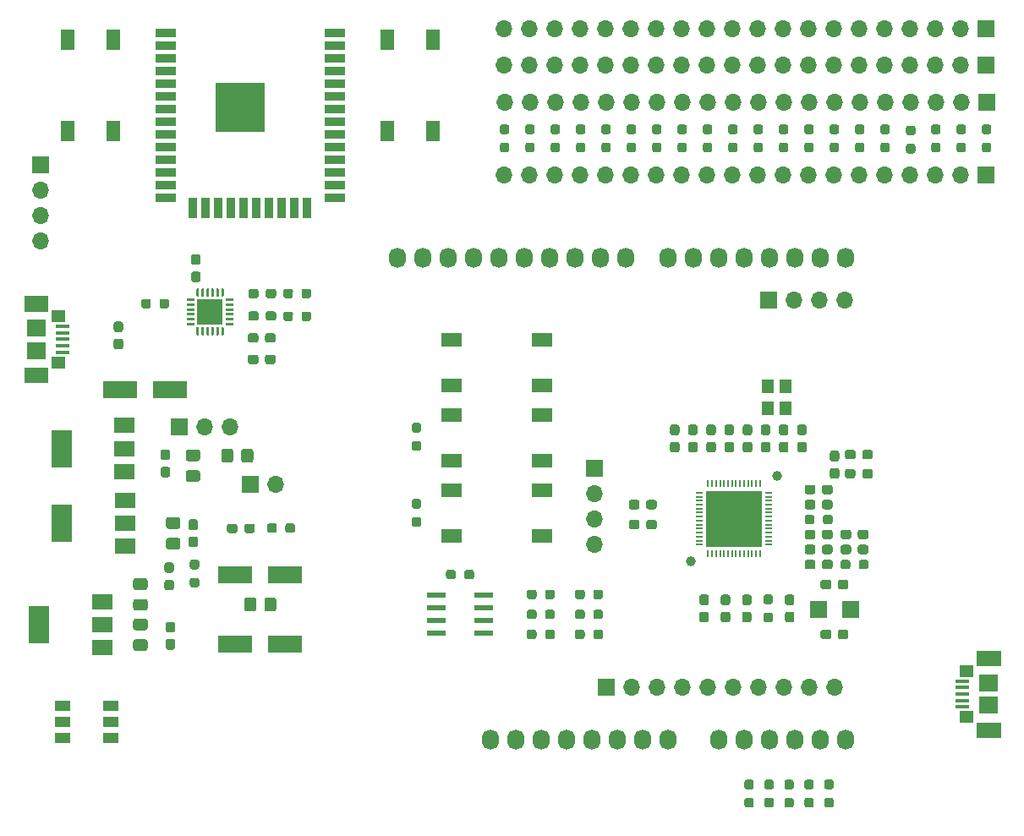
<source format=gbr>
%TF.GenerationSoftware,KiCad,Pcbnew,(5.1.12)-1*%
%TF.CreationDate,2022-03-24T08:21:23-05:00*%
%TF.ProjectId,Psoc-CTF,50736f63-2d43-4544-962e-6b696361645f,rev?*%
%TF.SameCoordinates,Original*%
%TF.FileFunction,Soldermask,Top*%
%TF.FilePolarity,Negative*%
%FSLAX46Y46*%
G04 Gerber Fmt 4.6, Leading zero omitted, Abs format (unit mm)*
G04 Created by KiCad (PCBNEW (5.1.12)-1) date 2022-03-24 08:21:23*
%MOMM*%
%LPD*%
G01*
G04 APERTURE LIST*
%ADD10C,0.010000*%
%ADD11C,1.000000*%
%ADD12R,5.700000X5.700000*%
%ADD13O,0.200000X0.800000*%
%ADD14O,0.800000X0.200000*%
%ADD15R,2.600000X2.600000*%
%ADD16R,2.000000X1.500000*%
%ADD17R,2.000000X3.800000*%
%ADD18C,0.450000*%
%ADD19R,1.900000X1.750000*%
%ADD20R,1.450000X1.150000*%
%ADD21R,1.400000X0.400000*%
%ADD22R,3.500000X1.800000*%
%ADD23R,2.100000X1.400000*%
%ADD24O,1.700000X1.700000*%
%ADD25R,1.700000X1.700000*%
%ADD26R,1.500000X1.000000*%
%ADD27R,1.750000X1.800000*%
%ADD28R,1.200000X1.400000*%
%ADD29R,1.981200X0.558800*%
%ADD30R,2.000000X0.900000*%
%ADD31R,0.900000X2.000000*%
%ADD32R,5.000000X5.000000*%
%ADD33R,1.400000X2.100000*%
%ADD34O,1.727200X2.032000*%
G04 APERTURE END LIST*
D10*
%TO.C,J12*%
G36*
X114688000Y-74497330D02*
G01*
X114688000Y-75952000D01*
X112386750Y-75952000D01*
X112386750Y-74497330D01*
X114688000Y-74497330D01*
G37*
X114688000Y-74497330D02*
X114688000Y-75952000D01*
X112386750Y-75952000D01*
X112386750Y-74497330D01*
X114688000Y-74497330D01*
G36*
X114688000Y-81656850D02*
G01*
X114688000Y-83102000D01*
X112386040Y-83102000D01*
X112386040Y-81656850D01*
X114688000Y-81656850D01*
G37*
X114688000Y-81656850D02*
X114688000Y-83102000D01*
X112386040Y-83102000D01*
X112386040Y-81656850D01*
X114688000Y-81656850D01*
%TO.C,J5*%
G36*
X207764500Y-111480149D02*
G01*
X207764500Y-110034999D01*
X210066460Y-110034999D01*
X210066460Y-111480149D01*
X207764500Y-111480149D01*
G37*
X207764500Y-111480149D02*
X207764500Y-110034999D01*
X210066460Y-110034999D01*
X210066460Y-111480149D01*
X207764500Y-111480149D01*
G36*
X207764500Y-118639669D02*
G01*
X207764500Y-117184999D01*
X210065750Y-117184999D01*
X210065750Y-118639669D01*
X207764500Y-118639669D01*
G37*
X207764500Y-118639669D02*
X207764500Y-117184999D01*
X210065750Y-117184999D01*
X210065750Y-118639669D01*
X207764500Y-118639669D01*
%TD*%
D11*
%TO.C,IC1*%
X187744400Y-92461300D03*
X179125400Y-101080300D03*
D12*
X183434900Y-96770800D03*
D13*
X186034900Y-100270800D03*
X185634900Y-100270800D03*
X185234900Y-100270800D03*
X184834900Y-100270800D03*
X184434900Y-100270800D03*
X184034900Y-100270800D03*
X183634900Y-100270800D03*
X183234900Y-100270800D03*
X182834900Y-100270800D03*
X182434900Y-100270800D03*
X182034900Y-100270800D03*
X181634900Y-100270800D03*
X181234900Y-100270800D03*
X180834900Y-100270800D03*
D14*
X179934900Y-99370800D03*
X179934900Y-98970800D03*
X179934900Y-98570800D03*
X179934900Y-98170800D03*
X179934900Y-97770800D03*
X179934900Y-97370800D03*
X179934900Y-96970800D03*
X179934900Y-96570800D03*
X179934900Y-96170800D03*
X179934900Y-95770800D03*
X179934900Y-95370800D03*
X179934900Y-94970800D03*
X179934900Y-94570800D03*
X179934900Y-94170800D03*
D13*
X180834900Y-93270800D03*
X181234900Y-93270800D03*
X181634900Y-93270800D03*
X182034900Y-93270800D03*
X182434900Y-93270800D03*
X182834900Y-93270800D03*
X183234900Y-93270800D03*
X183634900Y-93270800D03*
X184034900Y-93270800D03*
X184434900Y-93270800D03*
X184834900Y-93270800D03*
X185234900Y-93270800D03*
X185634900Y-93270800D03*
X186034900Y-93270800D03*
D14*
X186934900Y-94170800D03*
X186934900Y-94570800D03*
X186934900Y-94970800D03*
X186934900Y-95370800D03*
X186934900Y-95770800D03*
X186934900Y-96170800D03*
X186934900Y-96570800D03*
X186934900Y-96970800D03*
X186934900Y-97370800D03*
X186934900Y-97770800D03*
X186934900Y-98170800D03*
X186934900Y-98570800D03*
X186934900Y-98970800D03*
X186934900Y-99370800D03*
%TD*%
D15*
%TO.C,U7*%
X130977200Y-76064000D03*
G36*
G01*
X132352200Y-77651500D02*
X132352200Y-78351500D01*
G75*
G02*
X132289700Y-78414000I-62500J0D01*
G01*
X132164700Y-78414000D01*
G75*
G02*
X132102200Y-78351500I0J62500D01*
G01*
X132102200Y-77651500D01*
G75*
G02*
X132164700Y-77589000I62500J0D01*
G01*
X132289700Y-77589000D01*
G75*
G02*
X132352200Y-77651500I0J-62500D01*
G01*
G37*
G36*
G01*
X131852200Y-77651500D02*
X131852200Y-78351500D01*
G75*
G02*
X131789700Y-78414000I-62500J0D01*
G01*
X131664700Y-78414000D01*
G75*
G02*
X131602200Y-78351500I0J62500D01*
G01*
X131602200Y-77651500D01*
G75*
G02*
X131664700Y-77589000I62500J0D01*
G01*
X131789700Y-77589000D01*
G75*
G02*
X131852200Y-77651500I0J-62500D01*
G01*
G37*
G36*
G01*
X131352200Y-77651500D02*
X131352200Y-78351500D01*
G75*
G02*
X131289700Y-78414000I-62500J0D01*
G01*
X131164700Y-78414000D01*
G75*
G02*
X131102200Y-78351500I0J62500D01*
G01*
X131102200Y-77651500D01*
G75*
G02*
X131164700Y-77589000I62500J0D01*
G01*
X131289700Y-77589000D01*
G75*
G02*
X131352200Y-77651500I0J-62500D01*
G01*
G37*
G36*
G01*
X130852200Y-77651500D02*
X130852200Y-78351500D01*
G75*
G02*
X130789700Y-78414000I-62500J0D01*
G01*
X130664700Y-78414000D01*
G75*
G02*
X130602200Y-78351500I0J62500D01*
G01*
X130602200Y-77651500D01*
G75*
G02*
X130664700Y-77589000I62500J0D01*
G01*
X130789700Y-77589000D01*
G75*
G02*
X130852200Y-77651500I0J-62500D01*
G01*
G37*
G36*
G01*
X130352200Y-77651500D02*
X130352200Y-78351500D01*
G75*
G02*
X130289700Y-78414000I-62500J0D01*
G01*
X130164700Y-78414000D01*
G75*
G02*
X130102200Y-78351500I0J62500D01*
G01*
X130102200Y-77651500D01*
G75*
G02*
X130164700Y-77589000I62500J0D01*
G01*
X130289700Y-77589000D01*
G75*
G02*
X130352200Y-77651500I0J-62500D01*
G01*
G37*
G36*
G01*
X129852200Y-77651500D02*
X129852200Y-78351500D01*
G75*
G02*
X129789700Y-78414000I-62500J0D01*
G01*
X129664700Y-78414000D01*
G75*
G02*
X129602200Y-78351500I0J62500D01*
G01*
X129602200Y-77651500D01*
G75*
G02*
X129664700Y-77589000I62500J0D01*
G01*
X129789700Y-77589000D01*
G75*
G02*
X129852200Y-77651500I0J-62500D01*
G01*
G37*
G36*
G01*
X129452200Y-77251500D02*
X129452200Y-77376500D01*
G75*
G02*
X129389700Y-77439000I-62500J0D01*
G01*
X128689700Y-77439000D01*
G75*
G02*
X128627200Y-77376500I0J62500D01*
G01*
X128627200Y-77251500D01*
G75*
G02*
X128689700Y-77189000I62500J0D01*
G01*
X129389700Y-77189000D01*
G75*
G02*
X129452200Y-77251500I0J-62500D01*
G01*
G37*
G36*
G01*
X129452200Y-76751500D02*
X129452200Y-76876500D01*
G75*
G02*
X129389700Y-76939000I-62500J0D01*
G01*
X128689700Y-76939000D01*
G75*
G02*
X128627200Y-76876500I0J62500D01*
G01*
X128627200Y-76751500D01*
G75*
G02*
X128689700Y-76689000I62500J0D01*
G01*
X129389700Y-76689000D01*
G75*
G02*
X129452200Y-76751500I0J-62500D01*
G01*
G37*
G36*
G01*
X129452200Y-76251500D02*
X129452200Y-76376500D01*
G75*
G02*
X129389700Y-76439000I-62500J0D01*
G01*
X128689700Y-76439000D01*
G75*
G02*
X128627200Y-76376500I0J62500D01*
G01*
X128627200Y-76251500D01*
G75*
G02*
X128689700Y-76189000I62500J0D01*
G01*
X129389700Y-76189000D01*
G75*
G02*
X129452200Y-76251500I0J-62500D01*
G01*
G37*
G36*
G01*
X129452200Y-75751500D02*
X129452200Y-75876500D01*
G75*
G02*
X129389700Y-75939000I-62500J0D01*
G01*
X128689700Y-75939000D01*
G75*
G02*
X128627200Y-75876500I0J62500D01*
G01*
X128627200Y-75751500D01*
G75*
G02*
X128689700Y-75689000I62500J0D01*
G01*
X129389700Y-75689000D01*
G75*
G02*
X129452200Y-75751500I0J-62500D01*
G01*
G37*
G36*
G01*
X129452200Y-75251500D02*
X129452200Y-75376500D01*
G75*
G02*
X129389700Y-75439000I-62500J0D01*
G01*
X128689700Y-75439000D01*
G75*
G02*
X128627200Y-75376500I0J62500D01*
G01*
X128627200Y-75251500D01*
G75*
G02*
X128689700Y-75189000I62500J0D01*
G01*
X129389700Y-75189000D01*
G75*
G02*
X129452200Y-75251500I0J-62500D01*
G01*
G37*
G36*
G01*
X129452200Y-74751500D02*
X129452200Y-74876500D01*
G75*
G02*
X129389700Y-74939000I-62500J0D01*
G01*
X128689700Y-74939000D01*
G75*
G02*
X128627200Y-74876500I0J62500D01*
G01*
X128627200Y-74751500D01*
G75*
G02*
X128689700Y-74689000I62500J0D01*
G01*
X129389700Y-74689000D01*
G75*
G02*
X129452200Y-74751500I0J-62500D01*
G01*
G37*
G36*
G01*
X129852200Y-73776500D02*
X129852200Y-74476500D01*
G75*
G02*
X129789700Y-74539000I-62500J0D01*
G01*
X129664700Y-74539000D01*
G75*
G02*
X129602200Y-74476500I0J62500D01*
G01*
X129602200Y-73776500D01*
G75*
G02*
X129664700Y-73714000I62500J0D01*
G01*
X129789700Y-73714000D01*
G75*
G02*
X129852200Y-73776500I0J-62500D01*
G01*
G37*
G36*
G01*
X130352200Y-73776500D02*
X130352200Y-74476500D01*
G75*
G02*
X130289700Y-74539000I-62500J0D01*
G01*
X130164700Y-74539000D01*
G75*
G02*
X130102200Y-74476500I0J62500D01*
G01*
X130102200Y-73776500D01*
G75*
G02*
X130164700Y-73714000I62500J0D01*
G01*
X130289700Y-73714000D01*
G75*
G02*
X130352200Y-73776500I0J-62500D01*
G01*
G37*
G36*
G01*
X130852200Y-73776500D02*
X130852200Y-74476500D01*
G75*
G02*
X130789700Y-74539000I-62500J0D01*
G01*
X130664700Y-74539000D01*
G75*
G02*
X130602200Y-74476500I0J62500D01*
G01*
X130602200Y-73776500D01*
G75*
G02*
X130664700Y-73714000I62500J0D01*
G01*
X130789700Y-73714000D01*
G75*
G02*
X130852200Y-73776500I0J-62500D01*
G01*
G37*
G36*
G01*
X131352200Y-73776500D02*
X131352200Y-74476500D01*
G75*
G02*
X131289700Y-74539000I-62500J0D01*
G01*
X131164700Y-74539000D01*
G75*
G02*
X131102200Y-74476500I0J62500D01*
G01*
X131102200Y-73776500D01*
G75*
G02*
X131164700Y-73714000I62500J0D01*
G01*
X131289700Y-73714000D01*
G75*
G02*
X131352200Y-73776500I0J-62500D01*
G01*
G37*
G36*
G01*
X131852200Y-73776500D02*
X131852200Y-74476500D01*
G75*
G02*
X131789700Y-74539000I-62500J0D01*
G01*
X131664700Y-74539000D01*
G75*
G02*
X131602200Y-74476500I0J62500D01*
G01*
X131602200Y-73776500D01*
G75*
G02*
X131664700Y-73714000I62500J0D01*
G01*
X131789700Y-73714000D01*
G75*
G02*
X131852200Y-73776500I0J-62500D01*
G01*
G37*
G36*
G01*
X132352200Y-73776500D02*
X132352200Y-74476500D01*
G75*
G02*
X132289700Y-74539000I-62500J0D01*
G01*
X132164700Y-74539000D01*
G75*
G02*
X132102200Y-74476500I0J62500D01*
G01*
X132102200Y-73776500D01*
G75*
G02*
X132164700Y-73714000I62500J0D01*
G01*
X132289700Y-73714000D01*
G75*
G02*
X132352200Y-73776500I0J-62500D01*
G01*
G37*
G36*
G01*
X133327200Y-74751500D02*
X133327200Y-74876500D01*
G75*
G02*
X133264700Y-74939000I-62500J0D01*
G01*
X132564700Y-74939000D01*
G75*
G02*
X132502200Y-74876500I0J62500D01*
G01*
X132502200Y-74751500D01*
G75*
G02*
X132564700Y-74689000I62500J0D01*
G01*
X133264700Y-74689000D01*
G75*
G02*
X133327200Y-74751500I0J-62500D01*
G01*
G37*
G36*
G01*
X133327200Y-75251500D02*
X133327200Y-75376500D01*
G75*
G02*
X133264700Y-75439000I-62500J0D01*
G01*
X132564700Y-75439000D01*
G75*
G02*
X132502200Y-75376500I0J62500D01*
G01*
X132502200Y-75251500D01*
G75*
G02*
X132564700Y-75189000I62500J0D01*
G01*
X133264700Y-75189000D01*
G75*
G02*
X133327200Y-75251500I0J-62500D01*
G01*
G37*
G36*
G01*
X133327200Y-75751500D02*
X133327200Y-75876500D01*
G75*
G02*
X133264700Y-75939000I-62500J0D01*
G01*
X132564700Y-75939000D01*
G75*
G02*
X132502200Y-75876500I0J62500D01*
G01*
X132502200Y-75751500D01*
G75*
G02*
X132564700Y-75689000I62500J0D01*
G01*
X133264700Y-75689000D01*
G75*
G02*
X133327200Y-75751500I0J-62500D01*
G01*
G37*
G36*
G01*
X133327200Y-76251500D02*
X133327200Y-76376500D01*
G75*
G02*
X133264700Y-76439000I-62500J0D01*
G01*
X132564700Y-76439000D01*
G75*
G02*
X132502200Y-76376500I0J62500D01*
G01*
X132502200Y-76251500D01*
G75*
G02*
X132564700Y-76189000I62500J0D01*
G01*
X133264700Y-76189000D01*
G75*
G02*
X133327200Y-76251500I0J-62500D01*
G01*
G37*
G36*
G01*
X133327200Y-76751500D02*
X133327200Y-76876500D01*
G75*
G02*
X133264700Y-76939000I-62500J0D01*
G01*
X132564700Y-76939000D01*
G75*
G02*
X132502200Y-76876500I0J62500D01*
G01*
X132502200Y-76751500D01*
G75*
G02*
X132564700Y-76689000I62500J0D01*
G01*
X133264700Y-76689000D01*
G75*
G02*
X133327200Y-76751500I0J-62500D01*
G01*
G37*
G36*
G01*
X133327200Y-77251500D02*
X133327200Y-77376500D01*
G75*
G02*
X133264700Y-77439000I-62500J0D01*
G01*
X132564700Y-77439000D01*
G75*
G02*
X132502200Y-77376500I0J62500D01*
G01*
X132502200Y-77251500D01*
G75*
G02*
X132564700Y-77189000I62500J0D01*
G01*
X133264700Y-77189000D01*
G75*
G02*
X133327200Y-77251500I0J-62500D01*
G01*
G37*
%TD*%
D16*
%TO.C,U6*%
X122394799Y-92045000D03*
X122394799Y-87445000D03*
X122394799Y-89745000D03*
D17*
X116094799Y-89745000D03*
%TD*%
%TO.C,R45*%
G36*
G01*
X139275000Y-76277500D02*
X139275000Y-76752500D01*
G75*
G02*
X139037500Y-76990000I-237500J0D01*
G01*
X138537500Y-76990000D01*
G75*
G02*
X138300000Y-76752500I0J237500D01*
G01*
X138300000Y-76277500D01*
G75*
G02*
X138537500Y-76040000I237500J0D01*
G01*
X139037500Y-76040000D01*
G75*
G02*
X139275000Y-76277500I0J-237500D01*
G01*
G37*
G36*
G01*
X141100000Y-76277500D02*
X141100000Y-76752500D01*
G75*
G02*
X140862500Y-76990000I-237500J0D01*
G01*
X140362500Y-76990000D01*
G75*
G02*
X140125000Y-76752500I0J237500D01*
G01*
X140125000Y-76277500D01*
G75*
G02*
X140362500Y-76040000I237500J0D01*
G01*
X140862500Y-76040000D01*
G75*
G02*
X141100000Y-76277500I0J-237500D01*
G01*
G37*
%TD*%
%TO.C,R44*%
G36*
G01*
X139275000Y-73991500D02*
X139275000Y-74466500D01*
G75*
G02*
X139037500Y-74704000I-237500J0D01*
G01*
X138537500Y-74704000D01*
G75*
G02*
X138300000Y-74466500I0J237500D01*
G01*
X138300000Y-73991500D01*
G75*
G02*
X138537500Y-73754000I237500J0D01*
G01*
X139037500Y-73754000D01*
G75*
G02*
X139275000Y-73991500I0J-237500D01*
G01*
G37*
G36*
G01*
X141100000Y-73991500D02*
X141100000Y-74466500D01*
G75*
G02*
X140862500Y-74704000I-237500J0D01*
G01*
X140362500Y-74704000D01*
G75*
G02*
X140125000Y-74466500I0J237500D01*
G01*
X140125000Y-73991500D01*
G75*
G02*
X140362500Y-73754000I237500J0D01*
G01*
X140862500Y-73754000D01*
G75*
G02*
X141100000Y-73991500I0J-237500D01*
G01*
G37*
%TD*%
%TO.C,R43*%
G36*
G01*
X125901000Y-75482500D02*
X125901000Y-75007500D01*
G75*
G02*
X126138500Y-74770000I237500J0D01*
G01*
X126638500Y-74770000D01*
G75*
G02*
X126876000Y-75007500I0J-237500D01*
G01*
X126876000Y-75482500D01*
G75*
G02*
X126638500Y-75720000I-237500J0D01*
G01*
X126138500Y-75720000D01*
G75*
G02*
X125901000Y-75482500I0J237500D01*
G01*
G37*
G36*
G01*
X124076000Y-75482500D02*
X124076000Y-75007500D01*
G75*
G02*
X124313500Y-74770000I237500J0D01*
G01*
X124813500Y-74770000D01*
G75*
G02*
X125051000Y-75007500I0J-237500D01*
G01*
X125051000Y-75482500D01*
G75*
G02*
X124813500Y-75720000I-237500J0D01*
G01*
X124313500Y-75720000D01*
G75*
G02*
X124076000Y-75482500I0J237500D01*
G01*
G37*
%TD*%
D18*
%TO.C,J12*%
X113538000Y-82376000D03*
X113538000Y-75226000D03*
D19*
X113538000Y-79926000D03*
X113538000Y-77676000D03*
D20*
X115768000Y-81121000D03*
X115768000Y-76481000D03*
D21*
X116188000Y-80101000D03*
X116188000Y-79461000D03*
X116188000Y-78801000D03*
X116188000Y-78151000D03*
X116188000Y-77501000D03*
%TD*%
D22*
%TO.C,D11*%
X121960000Y-83881000D03*
X126960000Y-83881000D03*
%TD*%
%TO.C,D10*%
G36*
G01*
X136539000Y-76711166D02*
X136539000Y-76236166D01*
G75*
G02*
X136776500Y-75998666I237500J0D01*
G01*
X137351500Y-75998666D01*
G75*
G02*
X137589000Y-76236166I0J-237500D01*
G01*
X137589000Y-76711166D01*
G75*
G02*
X137351500Y-76948666I-237500J0D01*
G01*
X136776500Y-76948666D01*
G75*
G02*
X136539000Y-76711166I0J237500D01*
G01*
G37*
G36*
G01*
X134789000Y-76711166D02*
X134789000Y-76236166D01*
G75*
G02*
X135026500Y-75998666I237500J0D01*
G01*
X135601500Y-75998666D01*
G75*
G02*
X135839000Y-76236166I0J-237500D01*
G01*
X135839000Y-76711166D01*
G75*
G02*
X135601500Y-76948666I-237500J0D01*
G01*
X135026500Y-76948666D01*
G75*
G02*
X134789000Y-76711166I0J237500D01*
G01*
G37*
%TD*%
%TO.C,D9*%
G36*
G01*
X136539000Y-74471500D02*
X136539000Y-73996500D01*
G75*
G02*
X136776500Y-73759000I237500J0D01*
G01*
X137351500Y-73759000D01*
G75*
G02*
X137589000Y-73996500I0J-237500D01*
G01*
X137589000Y-74471500D01*
G75*
G02*
X137351500Y-74709000I-237500J0D01*
G01*
X136776500Y-74709000D01*
G75*
G02*
X136539000Y-74471500I0J237500D01*
G01*
G37*
G36*
G01*
X134789000Y-74471500D02*
X134789000Y-73996500D01*
G75*
G02*
X135026500Y-73759000I237500J0D01*
G01*
X135601500Y-73759000D01*
G75*
G02*
X135839000Y-73996500I0J-237500D01*
G01*
X135839000Y-74471500D01*
G75*
G02*
X135601500Y-74709000I-237500J0D01*
G01*
X135026500Y-74709000D01*
G75*
G02*
X134789000Y-74471500I0J237500D01*
G01*
G37*
%TD*%
%TO.C,C45*%
G36*
G01*
X136469000Y-81070500D02*
X136469000Y-80595500D01*
G75*
G02*
X136706500Y-80358000I237500J0D01*
G01*
X137306500Y-80358000D01*
G75*
G02*
X137544000Y-80595500I0J-237500D01*
G01*
X137544000Y-81070500D01*
G75*
G02*
X137306500Y-81308000I-237500J0D01*
G01*
X136706500Y-81308000D01*
G75*
G02*
X136469000Y-81070500I0J237500D01*
G01*
G37*
G36*
G01*
X134744000Y-81070500D02*
X134744000Y-80595500D01*
G75*
G02*
X134981500Y-80358000I237500J0D01*
G01*
X135581500Y-80358000D01*
G75*
G02*
X135819000Y-80595500I0J-237500D01*
G01*
X135819000Y-81070500D01*
G75*
G02*
X135581500Y-81308000I-237500J0D01*
G01*
X134981500Y-81308000D01*
G75*
G02*
X134744000Y-81070500I0J237500D01*
G01*
G37*
%TD*%
%TO.C,C44*%
G36*
G01*
X136469000Y-78910832D02*
X136469000Y-78435832D01*
G75*
G02*
X136706500Y-78198332I237500J0D01*
G01*
X137306500Y-78198332D01*
G75*
G02*
X137544000Y-78435832I0J-237500D01*
G01*
X137544000Y-78910832D01*
G75*
G02*
X137306500Y-79148332I-237500J0D01*
G01*
X136706500Y-79148332D01*
G75*
G02*
X136469000Y-78910832I0J237500D01*
G01*
G37*
G36*
G01*
X134744000Y-78910832D02*
X134744000Y-78435832D01*
G75*
G02*
X134981500Y-78198332I237500J0D01*
G01*
X135581500Y-78198332D01*
G75*
G02*
X135819000Y-78435832I0J-237500D01*
G01*
X135819000Y-78910832D01*
G75*
G02*
X135581500Y-79148332I-237500J0D01*
G01*
X134981500Y-79148332D01*
G75*
G02*
X134744000Y-78910832I0J237500D01*
G01*
G37*
%TD*%
%TO.C,C43*%
G36*
G01*
X122030500Y-78095000D02*
X121555500Y-78095000D01*
G75*
G02*
X121318000Y-77857500I0J237500D01*
G01*
X121318000Y-77257500D01*
G75*
G02*
X121555500Y-77020000I237500J0D01*
G01*
X122030500Y-77020000D01*
G75*
G02*
X122268000Y-77257500I0J-237500D01*
G01*
X122268000Y-77857500D01*
G75*
G02*
X122030500Y-78095000I-237500J0D01*
G01*
G37*
G36*
G01*
X122030500Y-79820000D02*
X121555500Y-79820000D01*
G75*
G02*
X121318000Y-79582500I0J237500D01*
G01*
X121318000Y-78982500D01*
G75*
G02*
X121555500Y-78745000I237500J0D01*
G01*
X122030500Y-78745000D01*
G75*
G02*
X122268000Y-78982500I0J-237500D01*
G01*
X122268000Y-79582500D01*
G75*
G02*
X122030500Y-79820000I-237500J0D01*
G01*
G37*
%TD*%
%TO.C,C42*%
G36*
G01*
X129777500Y-71364000D02*
X129302500Y-71364000D01*
G75*
G02*
X129065000Y-71126500I0J237500D01*
G01*
X129065000Y-70526500D01*
G75*
G02*
X129302500Y-70289000I237500J0D01*
G01*
X129777500Y-70289000D01*
G75*
G02*
X130015000Y-70526500I0J-237500D01*
G01*
X130015000Y-71126500D01*
G75*
G02*
X129777500Y-71364000I-237500J0D01*
G01*
G37*
G36*
G01*
X129777500Y-73089000D02*
X129302500Y-73089000D01*
G75*
G02*
X129065000Y-72851500I0J237500D01*
G01*
X129065000Y-72251500D01*
G75*
G02*
X129302500Y-72014000I237500J0D01*
G01*
X129777500Y-72014000D01*
G75*
G02*
X130015000Y-72251500I0J-237500D01*
G01*
X130015000Y-72851500D01*
G75*
G02*
X129777500Y-73089000I-237500J0D01*
G01*
G37*
%TD*%
%TO.C,C41*%
G36*
G01*
X126263500Y-91568201D02*
X126738500Y-91568201D01*
G75*
G02*
X126976000Y-91805701I0J-237500D01*
G01*
X126976000Y-92405701D01*
G75*
G02*
X126738500Y-92643201I-237500J0D01*
G01*
X126263500Y-92643201D01*
G75*
G02*
X126026000Y-92405701I0J237500D01*
G01*
X126026000Y-91805701D01*
G75*
G02*
X126263500Y-91568201I237500J0D01*
G01*
G37*
G36*
G01*
X126263500Y-89843201D02*
X126738500Y-89843201D01*
G75*
G02*
X126976000Y-90080701I0J-237500D01*
G01*
X126976000Y-90680701D01*
G75*
G02*
X126738500Y-90918201I-237500J0D01*
G01*
X126263500Y-90918201D01*
G75*
G02*
X126026000Y-90680701I0J237500D01*
G01*
X126026000Y-90080701D01*
G75*
G02*
X126263500Y-89843201I237500J0D01*
G01*
G37*
%TD*%
%TO.C,C40*%
G36*
G01*
X128786000Y-91923200D02*
X129736000Y-91923200D01*
G75*
G02*
X129986000Y-92173200I0J-250000D01*
G01*
X129986000Y-92848200D01*
G75*
G02*
X129736000Y-93098200I-250000J0D01*
G01*
X128786000Y-93098200D01*
G75*
G02*
X128536000Y-92848200I0J250000D01*
G01*
X128536000Y-92173200D01*
G75*
G02*
X128786000Y-91923200I250000J0D01*
G01*
G37*
G36*
G01*
X128786000Y-89848200D02*
X129736000Y-89848200D01*
G75*
G02*
X129986000Y-90098200I0J-250000D01*
G01*
X129986000Y-90773200D01*
G75*
G02*
X129736000Y-91023200I-250000J0D01*
G01*
X128786000Y-91023200D01*
G75*
G02*
X128536000Y-90773200I0J250000D01*
G01*
X128536000Y-90098200D01*
G75*
G02*
X128786000Y-89848200I250000J0D01*
G01*
G37*
%TD*%
D23*
%TO.C,SW5*%
X164218000Y-98490000D03*
X155118000Y-98490000D03*
X164218000Y-93940000D03*
X155118000Y-93940000D03*
%TD*%
%TO.C,SW4*%
X164218000Y-90940000D03*
X155118000Y-90940000D03*
X164218000Y-86390000D03*
X155118000Y-86390000D03*
%TD*%
%TO.C,SW3*%
X164218000Y-83390000D03*
X155118000Y-83390000D03*
X164218000Y-78840000D03*
X155118000Y-78840000D03*
%TD*%
%TO.C,R42*%
G36*
G01*
X151400500Y-96625000D02*
X151875500Y-96625000D01*
G75*
G02*
X152113000Y-96862500I0J-237500D01*
G01*
X152113000Y-97362500D01*
G75*
G02*
X151875500Y-97600000I-237500J0D01*
G01*
X151400500Y-97600000D01*
G75*
G02*
X151163000Y-97362500I0J237500D01*
G01*
X151163000Y-96862500D01*
G75*
G02*
X151400500Y-96625000I237500J0D01*
G01*
G37*
G36*
G01*
X151400500Y-94800000D02*
X151875500Y-94800000D01*
G75*
G02*
X152113000Y-95037500I0J-237500D01*
G01*
X152113000Y-95537500D01*
G75*
G02*
X151875500Y-95775000I-237500J0D01*
G01*
X151400500Y-95775000D01*
G75*
G02*
X151163000Y-95537500I0J237500D01*
G01*
X151163000Y-95037500D01*
G75*
G02*
X151400500Y-94800000I237500J0D01*
G01*
G37*
%TD*%
%TO.C,R41*%
G36*
G01*
X151875500Y-88155000D02*
X151400500Y-88155000D01*
G75*
G02*
X151163000Y-87917500I0J237500D01*
G01*
X151163000Y-87417500D01*
G75*
G02*
X151400500Y-87180000I237500J0D01*
G01*
X151875500Y-87180000D01*
G75*
G02*
X152113000Y-87417500I0J-237500D01*
G01*
X152113000Y-87917500D01*
G75*
G02*
X151875500Y-88155000I-237500J0D01*
G01*
G37*
G36*
G01*
X151875500Y-89980000D02*
X151400500Y-89980000D01*
G75*
G02*
X151163000Y-89742500I0J237500D01*
G01*
X151163000Y-89242500D01*
G75*
G02*
X151400500Y-89005000I237500J0D01*
G01*
X151875500Y-89005000D01*
G75*
G02*
X152113000Y-89242500I0J-237500D01*
G01*
X152113000Y-89742500D01*
G75*
G02*
X151875500Y-89980000I-237500J0D01*
G01*
G37*
%TD*%
%TO.C,R40*%
G36*
G01*
X129175500Y-102697500D02*
X129650500Y-102697500D01*
G75*
G02*
X129888000Y-102935000I0J-237500D01*
G01*
X129888000Y-103435000D01*
G75*
G02*
X129650500Y-103672500I-237500J0D01*
G01*
X129175500Y-103672500D01*
G75*
G02*
X128938000Y-103435000I0J237500D01*
G01*
X128938000Y-102935000D01*
G75*
G02*
X129175500Y-102697500I237500J0D01*
G01*
G37*
G36*
G01*
X129175500Y-100872500D02*
X129650500Y-100872500D01*
G75*
G02*
X129888000Y-101110000I0J-237500D01*
G01*
X129888000Y-101610000D01*
G75*
G02*
X129650500Y-101847500I-237500J0D01*
G01*
X129175500Y-101847500D01*
G75*
G02*
X128938000Y-101610000I0J237500D01*
G01*
X128938000Y-101110000D01*
G75*
G02*
X129175500Y-100872500I237500J0D01*
G01*
G37*
%TD*%
%TO.C,D8*%
G36*
G01*
X126635500Y-102900000D02*
X127110500Y-102900000D01*
G75*
G02*
X127348000Y-103137500I0J-237500D01*
G01*
X127348000Y-103712500D01*
G75*
G02*
X127110500Y-103950000I-237500J0D01*
G01*
X126635500Y-103950000D01*
G75*
G02*
X126398000Y-103712500I0J237500D01*
G01*
X126398000Y-103137500D01*
G75*
G02*
X126635500Y-102900000I237500J0D01*
G01*
G37*
G36*
G01*
X126635500Y-101150000D02*
X127110500Y-101150000D01*
G75*
G02*
X127348000Y-101387500I0J-237500D01*
G01*
X127348000Y-101962500D01*
G75*
G02*
X127110500Y-102200000I-237500J0D01*
G01*
X126635500Y-102200000D01*
G75*
G02*
X126398000Y-101962500I0J237500D01*
G01*
X126398000Y-101387500D01*
G75*
G02*
X126635500Y-101150000I237500J0D01*
G01*
G37*
%TD*%
D24*
%TO.C,J11*%
X160457797Y-55051321D03*
X162997797Y-55051321D03*
X165537797Y-55051321D03*
X168077797Y-55051321D03*
X170617797Y-55051321D03*
X173157797Y-55051321D03*
X175697797Y-55051321D03*
X178237797Y-55051321D03*
X180777797Y-55051321D03*
X183317797Y-55051321D03*
X185857797Y-55051321D03*
X188397797Y-55051321D03*
X190937797Y-55051321D03*
X193477797Y-55051321D03*
X196017797Y-55051321D03*
X198557797Y-55051321D03*
X201097797Y-55051321D03*
X203637797Y-55051321D03*
X206177797Y-55051321D03*
D25*
X208717797Y-55051321D03*
%TD*%
D24*
%TO.C,J10*%
X160438000Y-47665000D03*
X162978000Y-47665000D03*
X165518000Y-47665000D03*
X168058000Y-47665000D03*
X170598000Y-47665000D03*
X173138000Y-47665000D03*
X175678000Y-47665000D03*
X178218000Y-47665000D03*
X180758000Y-47665000D03*
X183298000Y-47665000D03*
X185838000Y-47665000D03*
X188378000Y-47665000D03*
X190918000Y-47665000D03*
X193458000Y-47665000D03*
X195998000Y-47665000D03*
X198538000Y-47665000D03*
X201078000Y-47665000D03*
X203618000Y-47665000D03*
X206158000Y-47665000D03*
D25*
X208698000Y-47665000D03*
%TD*%
%TO.C,R39*%
G36*
G01*
X160695297Y-58261321D02*
X160220297Y-58261321D01*
G75*
G02*
X159982797Y-58023821I0J237500D01*
G01*
X159982797Y-57523821D01*
G75*
G02*
X160220297Y-57286321I237500J0D01*
G01*
X160695297Y-57286321D01*
G75*
G02*
X160932797Y-57523821I0J-237500D01*
G01*
X160932797Y-58023821D01*
G75*
G02*
X160695297Y-58261321I-237500J0D01*
G01*
G37*
G36*
G01*
X160695297Y-60086321D02*
X160220297Y-60086321D01*
G75*
G02*
X159982797Y-59848821I0J237500D01*
G01*
X159982797Y-59348821D01*
G75*
G02*
X160220297Y-59111321I237500J0D01*
G01*
X160695297Y-59111321D01*
G75*
G02*
X160932797Y-59348821I0J-237500D01*
G01*
X160932797Y-59848821D01*
G75*
G02*
X160695297Y-60086321I-237500J0D01*
G01*
G37*
%TD*%
%TO.C,R38*%
G36*
G01*
X163235297Y-58261321D02*
X162760297Y-58261321D01*
G75*
G02*
X162522797Y-58023821I0J237500D01*
G01*
X162522797Y-57523821D01*
G75*
G02*
X162760297Y-57286321I237500J0D01*
G01*
X163235297Y-57286321D01*
G75*
G02*
X163472797Y-57523821I0J-237500D01*
G01*
X163472797Y-58023821D01*
G75*
G02*
X163235297Y-58261321I-237500J0D01*
G01*
G37*
G36*
G01*
X163235297Y-60086321D02*
X162760297Y-60086321D01*
G75*
G02*
X162522797Y-59848821I0J237500D01*
G01*
X162522797Y-59348821D01*
G75*
G02*
X162760297Y-59111321I237500J0D01*
G01*
X163235297Y-59111321D01*
G75*
G02*
X163472797Y-59348821I0J-237500D01*
G01*
X163472797Y-59848821D01*
G75*
G02*
X163235297Y-60086321I-237500J0D01*
G01*
G37*
%TD*%
%TO.C,R37*%
G36*
G01*
X165775296Y-58261322D02*
X165300296Y-58261322D01*
G75*
G02*
X165062796Y-58023822I0J237500D01*
G01*
X165062796Y-57523822D01*
G75*
G02*
X165300296Y-57286322I237500J0D01*
G01*
X165775296Y-57286322D01*
G75*
G02*
X166012796Y-57523822I0J-237500D01*
G01*
X166012796Y-58023822D01*
G75*
G02*
X165775296Y-58261322I-237500J0D01*
G01*
G37*
G36*
G01*
X165775296Y-60086322D02*
X165300296Y-60086322D01*
G75*
G02*
X165062796Y-59848822I0J237500D01*
G01*
X165062796Y-59348822D01*
G75*
G02*
X165300296Y-59111322I237500J0D01*
G01*
X165775296Y-59111322D01*
G75*
G02*
X166012796Y-59348822I0J-237500D01*
G01*
X166012796Y-59848822D01*
G75*
G02*
X165775296Y-60086322I-237500J0D01*
G01*
G37*
%TD*%
%TO.C,R36*%
G36*
G01*
X168315298Y-58261322D02*
X167840298Y-58261322D01*
G75*
G02*
X167602798Y-58023822I0J237500D01*
G01*
X167602798Y-57523822D01*
G75*
G02*
X167840298Y-57286322I237500J0D01*
G01*
X168315298Y-57286322D01*
G75*
G02*
X168552798Y-57523822I0J-237500D01*
G01*
X168552798Y-58023822D01*
G75*
G02*
X168315298Y-58261322I-237500J0D01*
G01*
G37*
G36*
G01*
X168315298Y-60086322D02*
X167840298Y-60086322D01*
G75*
G02*
X167602798Y-59848822I0J237500D01*
G01*
X167602798Y-59348822D01*
G75*
G02*
X167840298Y-59111322I237500J0D01*
G01*
X168315298Y-59111322D01*
G75*
G02*
X168552798Y-59348822I0J-237500D01*
G01*
X168552798Y-59848822D01*
G75*
G02*
X168315298Y-60086322I-237500J0D01*
G01*
G37*
%TD*%
%TO.C,R35*%
G36*
G01*
X170855297Y-58261321D02*
X170380297Y-58261321D01*
G75*
G02*
X170142797Y-58023821I0J237500D01*
G01*
X170142797Y-57523821D01*
G75*
G02*
X170380297Y-57286321I237500J0D01*
G01*
X170855297Y-57286321D01*
G75*
G02*
X171092797Y-57523821I0J-237500D01*
G01*
X171092797Y-58023821D01*
G75*
G02*
X170855297Y-58261321I-237500J0D01*
G01*
G37*
G36*
G01*
X170855297Y-60086321D02*
X170380297Y-60086321D01*
G75*
G02*
X170142797Y-59848821I0J237500D01*
G01*
X170142797Y-59348821D01*
G75*
G02*
X170380297Y-59111321I237500J0D01*
G01*
X170855297Y-59111321D01*
G75*
G02*
X171092797Y-59348821I0J-237500D01*
G01*
X171092797Y-59848821D01*
G75*
G02*
X170855297Y-60086321I-237500J0D01*
G01*
G37*
%TD*%
%TO.C,R34*%
G36*
G01*
X173395297Y-58261321D02*
X172920297Y-58261321D01*
G75*
G02*
X172682797Y-58023821I0J237500D01*
G01*
X172682797Y-57523821D01*
G75*
G02*
X172920297Y-57286321I237500J0D01*
G01*
X173395297Y-57286321D01*
G75*
G02*
X173632797Y-57523821I0J-237500D01*
G01*
X173632797Y-58023821D01*
G75*
G02*
X173395297Y-58261321I-237500J0D01*
G01*
G37*
G36*
G01*
X173395297Y-60086321D02*
X172920297Y-60086321D01*
G75*
G02*
X172682797Y-59848821I0J237500D01*
G01*
X172682797Y-59348821D01*
G75*
G02*
X172920297Y-59111321I237500J0D01*
G01*
X173395297Y-59111321D01*
G75*
G02*
X173632797Y-59348821I0J-237500D01*
G01*
X173632797Y-59848821D01*
G75*
G02*
X173395297Y-60086321I-237500J0D01*
G01*
G37*
%TD*%
%TO.C,R33*%
G36*
G01*
X175935297Y-58261321D02*
X175460297Y-58261321D01*
G75*
G02*
X175222797Y-58023821I0J237500D01*
G01*
X175222797Y-57523821D01*
G75*
G02*
X175460297Y-57286321I237500J0D01*
G01*
X175935297Y-57286321D01*
G75*
G02*
X176172797Y-57523821I0J-237500D01*
G01*
X176172797Y-58023821D01*
G75*
G02*
X175935297Y-58261321I-237500J0D01*
G01*
G37*
G36*
G01*
X175935297Y-60086321D02*
X175460297Y-60086321D01*
G75*
G02*
X175222797Y-59848821I0J237500D01*
G01*
X175222797Y-59348821D01*
G75*
G02*
X175460297Y-59111321I237500J0D01*
G01*
X175935297Y-59111321D01*
G75*
G02*
X176172797Y-59348821I0J-237500D01*
G01*
X176172797Y-59848821D01*
G75*
G02*
X175935297Y-60086321I-237500J0D01*
G01*
G37*
%TD*%
%TO.C,R32*%
G36*
G01*
X178475297Y-58261321D02*
X178000297Y-58261321D01*
G75*
G02*
X177762797Y-58023821I0J237500D01*
G01*
X177762797Y-57523821D01*
G75*
G02*
X178000297Y-57286321I237500J0D01*
G01*
X178475297Y-57286321D01*
G75*
G02*
X178712797Y-57523821I0J-237500D01*
G01*
X178712797Y-58023821D01*
G75*
G02*
X178475297Y-58261321I-237500J0D01*
G01*
G37*
G36*
G01*
X178475297Y-60086321D02*
X178000297Y-60086321D01*
G75*
G02*
X177762797Y-59848821I0J237500D01*
G01*
X177762797Y-59348821D01*
G75*
G02*
X178000297Y-59111321I237500J0D01*
G01*
X178475297Y-59111321D01*
G75*
G02*
X178712797Y-59348821I0J-237500D01*
G01*
X178712797Y-59848821D01*
G75*
G02*
X178475297Y-60086321I-237500J0D01*
G01*
G37*
%TD*%
%TO.C,R31*%
G36*
G01*
X181015298Y-58261321D02*
X180540298Y-58261321D01*
G75*
G02*
X180302798Y-58023821I0J237500D01*
G01*
X180302798Y-57523821D01*
G75*
G02*
X180540298Y-57286321I237500J0D01*
G01*
X181015298Y-57286321D01*
G75*
G02*
X181252798Y-57523821I0J-237500D01*
G01*
X181252798Y-58023821D01*
G75*
G02*
X181015298Y-58261321I-237500J0D01*
G01*
G37*
G36*
G01*
X181015298Y-60086321D02*
X180540298Y-60086321D01*
G75*
G02*
X180302798Y-59848821I0J237500D01*
G01*
X180302798Y-59348821D01*
G75*
G02*
X180540298Y-59111321I237500J0D01*
G01*
X181015298Y-59111321D01*
G75*
G02*
X181252798Y-59348821I0J-237500D01*
G01*
X181252798Y-59848821D01*
G75*
G02*
X181015298Y-60086321I-237500J0D01*
G01*
G37*
%TD*%
%TO.C,R30*%
G36*
G01*
X183555297Y-58261321D02*
X183080297Y-58261321D01*
G75*
G02*
X182842797Y-58023821I0J237500D01*
G01*
X182842797Y-57523821D01*
G75*
G02*
X183080297Y-57286321I237500J0D01*
G01*
X183555297Y-57286321D01*
G75*
G02*
X183792797Y-57523821I0J-237500D01*
G01*
X183792797Y-58023821D01*
G75*
G02*
X183555297Y-58261321I-237500J0D01*
G01*
G37*
G36*
G01*
X183555297Y-60086321D02*
X183080297Y-60086321D01*
G75*
G02*
X182842797Y-59848821I0J237500D01*
G01*
X182842797Y-59348821D01*
G75*
G02*
X183080297Y-59111321I237500J0D01*
G01*
X183555297Y-59111321D01*
G75*
G02*
X183792797Y-59348821I0J-237500D01*
G01*
X183792797Y-59848821D01*
G75*
G02*
X183555297Y-60086321I-237500J0D01*
G01*
G37*
%TD*%
%TO.C,R29*%
G36*
G01*
X186095297Y-58261321D02*
X185620297Y-58261321D01*
G75*
G02*
X185382797Y-58023821I0J237500D01*
G01*
X185382797Y-57523821D01*
G75*
G02*
X185620297Y-57286321I237500J0D01*
G01*
X186095297Y-57286321D01*
G75*
G02*
X186332797Y-57523821I0J-237500D01*
G01*
X186332797Y-58023821D01*
G75*
G02*
X186095297Y-58261321I-237500J0D01*
G01*
G37*
G36*
G01*
X186095297Y-60086321D02*
X185620297Y-60086321D01*
G75*
G02*
X185382797Y-59848821I0J237500D01*
G01*
X185382797Y-59348821D01*
G75*
G02*
X185620297Y-59111321I237500J0D01*
G01*
X186095297Y-59111321D01*
G75*
G02*
X186332797Y-59348821I0J-237500D01*
G01*
X186332797Y-59848821D01*
G75*
G02*
X186095297Y-60086321I-237500J0D01*
G01*
G37*
%TD*%
%TO.C,R28*%
G36*
G01*
X188635296Y-58261322D02*
X188160296Y-58261322D01*
G75*
G02*
X187922796Y-58023822I0J237500D01*
G01*
X187922796Y-57523822D01*
G75*
G02*
X188160296Y-57286322I237500J0D01*
G01*
X188635296Y-57286322D01*
G75*
G02*
X188872796Y-57523822I0J-237500D01*
G01*
X188872796Y-58023822D01*
G75*
G02*
X188635296Y-58261322I-237500J0D01*
G01*
G37*
G36*
G01*
X188635296Y-60086322D02*
X188160296Y-60086322D01*
G75*
G02*
X187922796Y-59848822I0J237500D01*
G01*
X187922796Y-59348822D01*
G75*
G02*
X188160296Y-59111322I237500J0D01*
G01*
X188635296Y-59111322D01*
G75*
G02*
X188872796Y-59348822I0J-237500D01*
G01*
X188872796Y-59848822D01*
G75*
G02*
X188635296Y-60086322I-237500J0D01*
G01*
G37*
%TD*%
%TO.C,R27*%
G36*
G01*
X191175298Y-58261322D02*
X190700298Y-58261322D01*
G75*
G02*
X190462798Y-58023822I0J237500D01*
G01*
X190462798Y-57523822D01*
G75*
G02*
X190700298Y-57286322I237500J0D01*
G01*
X191175298Y-57286322D01*
G75*
G02*
X191412798Y-57523822I0J-237500D01*
G01*
X191412798Y-58023822D01*
G75*
G02*
X191175298Y-58261322I-237500J0D01*
G01*
G37*
G36*
G01*
X191175298Y-60086322D02*
X190700298Y-60086322D01*
G75*
G02*
X190462798Y-59848822I0J237500D01*
G01*
X190462798Y-59348822D01*
G75*
G02*
X190700298Y-59111322I237500J0D01*
G01*
X191175298Y-59111322D01*
G75*
G02*
X191412798Y-59348822I0J-237500D01*
G01*
X191412798Y-59848822D01*
G75*
G02*
X191175298Y-60086322I-237500J0D01*
G01*
G37*
%TD*%
%TO.C,R26*%
G36*
G01*
X193715297Y-58261321D02*
X193240297Y-58261321D01*
G75*
G02*
X193002797Y-58023821I0J237500D01*
G01*
X193002797Y-57523821D01*
G75*
G02*
X193240297Y-57286321I237500J0D01*
G01*
X193715297Y-57286321D01*
G75*
G02*
X193952797Y-57523821I0J-237500D01*
G01*
X193952797Y-58023821D01*
G75*
G02*
X193715297Y-58261321I-237500J0D01*
G01*
G37*
G36*
G01*
X193715297Y-60086321D02*
X193240297Y-60086321D01*
G75*
G02*
X193002797Y-59848821I0J237500D01*
G01*
X193002797Y-59348821D01*
G75*
G02*
X193240297Y-59111321I237500J0D01*
G01*
X193715297Y-59111321D01*
G75*
G02*
X193952797Y-59348821I0J-237500D01*
G01*
X193952797Y-59848821D01*
G75*
G02*
X193715297Y-60086321I-237500J0D01*
G01*
G37*
%TD*%
%TO.C,R25*%
G36*
G01*
X196255297Y-58261321D02*
X195780297Y-58261321D01*
G75*
G02*
X195542797Y-58023821I0J237500D01*
G01*
X195542797Y-57523821D01*
G75*
G02*
X195780297Y-57286321I237500J0D01*
G01*
X196255297Y-57286321D01*
G75*
G02*
X196492797Y-57523821I0J-237500D01*
G01*
X196492797Y-58023821D01*
G75*
G02*
X196255297Y-58261321I-237500J0D01*
G01*
G37*
G36*
G01*
X196255297Y-60086321D02*
X195780297Y-60086321D01*
G75*
G02*
X195542797Y-59848821I0J237500D01*
G01*
X195542797Y-59348821D01*
G75*
G02*
X195780297Y-59111321I237500J0D01*
G01*
X196255297Y-59111321D01*
G75*
G02*
X196492797Y-59348821I0J-237500D01*
G01*
X196492797Y-59848821D01*
G75*
G02*
X196255297Y-60086321I-237500J0D01*
G01*
G37*
%TD*%
%TO.C,R24*%
G36*
G01*
X198795297Y-58261321D02*
X198320297Y-58261321D01*
G75*
G02*
X198082797Y-58023821I0J237500D01*
G01*
X198082797Y-57523821D01*
G75*
G02*
X198320297Y-57286321I237500J0D01*
G01*
X198795297Y-57286321D01*
G75*
G02*
X199032797Y-57523821I0J-237500D01*
G01*
X199032797Y-58023821D01*
G75*
G02*
X198795297Y-58261321I-237500J0D01*
G01*
G37*
G36*
G01*
X198795297Y-60086321D02*
X198320297Y-60086321D01*
G75*
G02*
X198082797Y-59848821I0J237500D01*
G01*
X198082797Y-59348821D01*
G75*
G02*
X198320297Y-59111321I237500J0D01*
G01*
X198795297Y-59111321D01*
G75*
G02*
X199032797Y-59348821I0J-237500D01*
G01*
X199032797Y-59848821D01*
G75*
G02*
X198795297Y-60086321I-237500J0D01*
G01*
G37*
%TD*%
%TO.C,R23*%
G36*
G01*
X201365297Y-58376320D02*
X200890297Y-58376320D01*
G75*
G02*
X200652797Y-58138820I0J237500D01*
G01*
X200652797Y-57638820D01*
G75*
G02*
X200890297Y-57401320I237500J0D01*
G01*
X201365297Y-57401320D01*
G75*
G02*
X201602797Y-57638820I0J-237500D01*
G01*
X201602797Y-58138820D01*
G75*
G02*
X201365297Y-58376320I-237500J0D01*
G01*
G37*
G36*
G01*
X201365297Y-60201320D02*
X200890297Y-60201320D01*
G75*
G02*
X200652797Y-59963820I0J237500D01*
G01*
X200652797Y-59463820D01*
G75*
G02*
X200890297Y-59226320I237500J0D01*
G01*
X201365297Y-59226320D01*
G75*
G02*
X201602797Y-59463820I0J-237500D01*
G01*
X201602797Y-59963820D01*
G75*
G02*
X201365297Y-60201320I-237500J0D01*
G01*
G37*
%TD*%
%TO.C,R22*%
G36*
G01*
X203875298Y-58261321D02*
X203400298Y-58261321D01*
G75*
G02*
X203162798Y-58023821I0J237500D01*
G01*
X203162798Y-57523821D01*
G75*
G02*
X203400298Y-57286321I237500J0D01*
G01*
X203875298Y-57286321D01*
G75*
G02*
X204112798Y-57523821I0J-237500D01*
G01*
X204112798Y-58023821D01*
G75*
G02*
X203875298Y-58261321I-237500J0D01*
G01*
G37*
G36*
G01*
X203875298Y-60086321D02*
X203400298Y-60086321D01*
G75*
G02*
X203162798Y-59848821I0J237500D01*
G01*
X203162798Y-59348821D01*
G75*
G02*
X203400298Y-59111321I237500J0D01*
G01*
X203875298Y-59111321D01*
G75*
G02*
X204112798Y-59348821I0J-237500D01*
G01*
X204112798Y-59848821D01*
G75*
G02*
X203875298Y-60086321I-237500J0D01*
G01*
G37*
%TD*%
%TO.C,R21*%
G36*
G01*
X206415297Y-58261321D02*
X205940297Y-58261321D01*
G75*
G02*
X205702797Y-58023821I0J237500D01*
G01*
X205702797Y-57523821D01*
G75*
G02*
X205940297Y-57286321I237500J0D01*
G01*
X206415297Y-57286321D01*
G75*
G02*
X206652797Y-57523821I0J-237500D01*
G01*
X206652797Y-58023821D01*
G75*
G02*
X206415297Y-58261321I-237500J0D01*
G01*
G37*
G36*
G01*
X206415297Y-60086321D02*
X205940297Y-60086321D01*
G75*
G02*
X205702797Y-59848821I0J237500D01*
G01*
X205702797Y-59348821D01*
G75*
G02*
X205940297Y-59111321I237500J0D01*
G01*
X206415297Y-59111321D01*
G75*
G02*
X206652797Y-59348821I0J-237500D01*
G01*
X206652797Y-59848821D01*
G75*
G02*
X206415297Y-60086321I-237500J0D01*
G01*
G37*
%TD*%
%TO.C,R20*%
G36*
G01*
X208955297Y-58261321D02*
X208480297Y-58261321D01*
G75*
G02*
X208242797Y-58023821I0J237500D01*
G01*
X208242797Y-57523821D01*
G75*
G02*
X208480297Y-57286321I237500J0D01*
G01*
X208955297Y-57286321D01*
G75*
G02*
X209192797Y-57523821I0J-237500D01*
G01*
X209192797Y-58023821D01*
G75*
G02*
X208955297Y-58261321I-237500J0D01*
G01*
G37*
G36*
G01*
X208955297Y-60086321D02*
X208480297Y-60086321D01*
G75*
G02*
X208242797Y-59848821I0J237500D01*
G01*
X208242797Y-59348821D01*
G75*
G02*
X208480297Y-59111321I237500J0D01*
G01*
X208955297Y-59111321D01*
G75*
G02*
X209192797Y-59348821I0J-237500D01*
G01*
X209192797Y-59848821D01*
G75*
G02*
X208955297Y-60086321I-237500J0D01*
G01*
G37*
%TD*%
D24*
%TO.C,J9*%
X160438000Y-51365000D03*
X162978000Y-51365000D03*
X165518000Y-51365000D03*
X168058000Y-51365000D03*
X170598000Y-51365000D03*
X173138000Y-51365000D03*
X175678000Y-51365000D03*
X178218000Y-51365000D03*
X180758000Y-51365000D03*
X183298000Y-51365000D03*
X185838000Y-51365000D03*
X188378000Y-51365000D03*
X190918000Y-51365000D03*
X193458000Y-51365000D03*
X195998000Y-51365000D03*
X198538000Y-51365000D03*
X201078000Y-51365000D03*
X203618000Y-51365000D03*
X206158000Y-51365000D03*
D25*
X208698000Y-51365000D03*
%TD*%
D24*
%TO.C,J8*%
X160438000Y-62365000D03*
X162978000Y-62365000D03*
X165518000Y-62365000D03*
X168058000Y-62365000D03*
X170598000Y-62365000D03*
X173138000Y-62365000D03*
X175678000Y-62365000D03*
X178218000Y-62365000D03*
X180758000Y-62365000D03*
X183298000Y-62365000D03*
X185838000Y-62365000D03*
X188378000Y-62365000D03*
X190918000Y-62365000D03*
X193458000Y-62365000D03*
X195998000Y-62365000D03*
X198538000Y-62365000D03*
X201078000Y-62365000D03*
X203618000Y-62365000D03*
X206158000Y-62365000D03*
D25*
X208698000Y-62365000D03*
%TD*%
%TO.C,R19*%
G36*
G01*
X192705500Y-124739680D02*
X193180500Y-124739680D01*
G75*
G02*
X193418000Y-124977180I0J-237500D01*
G01*
X193418000Y-125477180D01*
G75*
G02*
X193180500Y-125714680I-237500J0D01*
G01*
X192705500Y-125714680D01*
G75*
G02*
X192468000Y-125477180I0J237500D01*
G01*
X192468000Y-124977180D01*
G75*
G02*
X192705500Y-124739680I237500J0D01*
G01*
G37*
G36*
G01*
X192705500Y-122914680D02*
X193180500Y-122914680D01*
G75*
G02*
X193418000Y-123152180I0J-237500D01*
G01*
X193418000Y-123652180D01*
G75*
G02*
X193180500Y-123889680I-237500J0D01*
G01*
X192705500Y-123889680D01*
G75*
G02*
X192468000Y-123652180I0J237500D01*
G01*
X192468000Y-123152180D01*
G75*
G02*
X192705500Y-122914680I237500J0D01*
G01*
G37*
%TD*%
%TO.C,R18*%
G36*
G01*
X190705499Y-124739680D02*
X191180499Y-124739680D01*
G75*
G02*
X191417999Y-124977180I0J-237500D01*
G01*
X191417999Y-125477180D01*
G75*
G02*
X191180499Y-125714680I-237500J0D01*
G01*
X190705499Y-125714680D01*
G75*
G02*
X190467999Y-125477180I0J237500D01*
G01*
X190467999Y-124977180D01*
G75*
G02*
X190705499Y-124739680I237500J0D01*
G01*
G37*
G36*
G01*
X190705499Y-122914680D02*
X191180499Y-122914680D01*
G75*
G02*
X191417999Y-123152180I0J-237500D01*
G01*
X191417999Y-123652180D01*
G75*
G02*
X191180499Y-123889680I-237500J0D01*
G01*
X190705499Y-123889680D01*
G75*
G02*
X190467999Y-123652180I0J237500D01*
G01*
X190467999Y-123152180D01*
G75*
G02*
X190705499Y-122914680I237500J0D01*
G01*
G37*
%TD*%
%TO.C,R17*%
G36*
G01*
X188705500Y-124739680D02*
X189180500Y-124739680D01*
G75*
G02*
X189418000Y-124977180I0J-237500D01*
G01*
X189418000Y-125477180D01*
G75*
G02*
X189180500Y-125714680I-237500J0D01*
G01*
X188705500Y-125714680D01*
G75*
G02*
X188468000Y-125477180I0J237500D01*
G01*
X188468000Y-124977180D01*
G75*
G02*
X188705500Y-124739680I237500J0D01*
G01*
G37*
G36*
G01*
X188705500Y-122914680D02*
X189180500Y-122914680D01*
G75*
G02*
X189418000Y-123152180I0J-237500D01*
G01*
X189418000Y-123652180D01*
G75*
G02*
X189180500Y-123889680I-237500J0D01*
G01*
X188705500Y-123889680D01*
G75*
G02*
X188468000Y-123652180I0J237500D01*
G01*
X188468000Y-123152180D01*
G75*
G02*
X188705500Y-122914680I237500J0D01*
G01*
G37*
%TD*%
%TO.C,R16*%
G36*
G01*
X186705500Y-124739679D02*
X187180500Y-124739679D01*
G75*
G02*
X187418000Y-124977179I0J-237500D01*
G01*
X187418000Y-125477179D01*
G75*
G02*
X187180500Y-125714679I-237500J0D01*
G01*
X186705500Y-125714679D01*
G75*
G02*
X186468000Y-125477179I0J237500D01*
G01*
X186468000Y-124977179D01*
G75*
G02*
X186705500Y-124739679I237500J0D01*
G01*
G37*
G36*
G01*
X186705500Y-122914679D02*
X187180500Y-122914679D01*
G75*
G02*
X187418000Y-123152179I0J-237500D01*
G01*
X187418000Y-123652179D01*
G75*
G02*
X187180500Y-123889679I-237500J0D01*
G01*
X186705500Y-123889679D01*
G75*
G02*
X186468000Y-123652179I0J237500D01*
G01*
X186468000Y-123152179D01*
G75*
G02*
X186705500Y-122914679I237500J0D01*
G01*
G37*
%TD*%
%TO.C,R15*%
G36*
G01*
X184705500Y-124739680D02*
X185180500Y-124739680D01*
G75*
G02*
X185418000Y-124977180I0J-237500D01*
G01*
X185418000Y-125477180D01*
G75*
G02*
X185180500Y-125714680I-237500J0D01*
G01*
X184705500Y-125714680D01*
G75*
G02*
X184468000Y-125477180I0J237500D01*
G01*
X184468000Y-124977180D01*
G75*
G02*
X184705500Y-124739680I237500J0D01*
G01*
G37*
G36*
G01*
X184705500Y-122914680D02*
X185180500Y-122914680D01*
G75*
G02*
X185418000Y-123152180I0J-237500D01*
G01*
X185418000Y-123652180D01*
G75*
G02*
X185180500Y-123889680I-237500J0D01*
G01*
X184705500Y-123889680D01*
G75*
G02*
X184468000Y-123652180I0J237500D01*
G01*
X184468000Y-123152180D01*
G75*
G02*
X184705500Y-122914680I237500J0D01*
G01*
G37*
%TD*%
D26*
%TO.C,D7*%
X121068000Y-115555000D03*
X121068000Y-117155000D03*
X121068000Y-118755000D03*
X116168000Y-118755000D03*
X116168000Y-117155000D03*
X116168000Y-115555000D03*
%TD*%
D27*
%TO.C,Y2*%
X191872999Y-105865000D03*
X195122999Y-105865000D03*
%TD*%
D28*
%TO.C,Y1*%
X186856000Y-85743000D03*
X186856000Y-83543000D03*
X188556000Y-83543000D03*
X188556000Y-85743000D03*
%TD*%
D29*
%TO.C,U4*%
X158360200Y-104460000D03*
X158360200Y-105730000D03*
X158360200Y-107000000D03*
X158360200Y-108270000D03*
X153635800Y-108270000D03*
X153635800Y-107000000D03*
X153635800Y-105730000D03*
X153635800Y-104460000D03*
%TD*%
D30*
%TO.C,U3*%
X143498000Y-48110000D03*
X143498000Y-49380000D03*
X143498000Y-50650000D03*
X143498000Y-51920000D03*
X143498000Y-53190000D03*
X143498000Y-54460000D03*
X143498000Y-55730000D03*
X143498000Y-57000000D03*
X143498000Y-58270000D03*
X143498000Y-59540000D03*
X143498000Y-60810000D03*
X143498000Y-62080000D03*
X143498000Y-63350000D03*
X143498000Y-64620000D03*
D31*
X140713000Y-65620000D03*
X139443000Y-65620000D03*
X138173000Y-65620000D03*
X136903000Y-65620000D03*
X135633000Y-65620000D03*
X134363000Y-65620000D03*
X133093000Y-65620000D03*
X131823000Y-65620000D03*
X130553000Y-65620000D03*
X129283000Y-65620000D03*
D30*
X126498000Y-64620000D03*
X126498000Y-63350000D03*
X126498000Y-62080000D03*
X126498000Y-60810000D03*
X126498000Y-59540000D03*
X126498000Y-58270000D03*
X126498000Y-57000000D03*
X126498000Y-55730000D03*
X126498000Y-54460000D03*
X126498000Y-53190000D03*
X126498000Y-51920000D03*
X126498000Y-50650000D03*
X126498000Y-49380000D03*
X126498000Y-48110000D03*
D32*
X133998000Y-55610000D03*
%TD*%
D16*
%TO.C,U2*%
X122434000Y-99538001D03*
X122434000Y-94938001D03*
X122434000Y-97238001D03*
D17*
X116134000Y-97238001D03*
%TD*%
D16*
%TO.C,U1*%
X120148000Y-109665000D03*
X120148000Y-105065000D03*
X120148000Y-107365000D03*
D17*
X113848000Y-107365000D03*
%TD*%
D33*
%TO.C,SW2*%
X148723000Y-57915000D03*
X148723000Y-48815000D03*
X153273000Y-57915000D03*
X153273000Y-48815000D03*
%TD*%
%TO.C,SW1*%
X116723000Y-57915000D03*
X116723000Y-48815000D03*
X121273000Y-57915000D03*
X121273000Y-48815000D03*
%TD*%
%TO.C,R11*%
G36*
G01*
X187094725Y-105345800D02*
X186619725Y-105345800D01*
G75*
G02*
X186382225Y-105108300I0J237500D01*
G01*
X186382225Y-104608300D01*
G75*
G02*
X186619725Y-104370800I237500J0D01*
G01*
X187094725Y-104370800D01*
G75*
G02*
X187332225Y-104608300I0J-237500D01*
G01*
X187332225Y-105108300D01*
G75*
G02*
X187094725Y-105345800I-237500J0D01*
G01*
G37*
G36*
G01*
X187094725Y-107170800D02*
X186619725Y-107170800D01*
G75*
G02*
X186382225Y-106933300I0J237500D01*
G01*
X186382225Y-106433300D01*
G75*
G02*
X186619725Y-106195800I237500J0D01*
G01*
X187094725Y-106195800D01*
G75*
G02*
X187332225Y-106433300I0J-237500D01*
G01*
X187332225Y-106933300D01*
G75*
G02*
X187094725Y-107170800I-237500J0D01*
G01*
G37*
%TD*%
%TO.C,R10*%
G36*
G01*
X192335500Y-97102500D02*
X192335500Y-96627500D01*
G75*
G02*
X192573000Y-96390000I237500J0D01*
G01*
X193073000Y-96390000D01*
G75*
G02*
X193310500Y-96627500I0J-237500D01*
G01*
X193310500Y-97102500D01*
G75*
G02*
X193073000Y-97340000I-237500J0D01*
G01*
X192573000Y-97340000D01*
G75*
G02*
X192335500Y-97102500I0J237500D01*
G01*
G37*
G36*
G01*
X190510500Y-97102500D02*
X190510500Y-96627500D01*
G75*
G02*
X190748000Y-96390000I237500J0D01*
G01*
X191248000Y-96390000D01*
G75*
G02*
X191485500Y-96627500I0J-237500D01*
G01*
X191485500Y-97102500D01*
G75*
G02*
X191248000Y-97340000I-237500J0D01*
G01*
X190748000Y-97340000D01*
G75*
G02*
X190510500Y-97102500I0J237500D01*
G01*
G37*
%TD*%
%TO.C,R9*%
G36*
G01*
X163660500Y-104127500D02*
X163660500Y-104602500D01*
G75*
G02*
X163423000Y-104840000I-237500J0D01*
G01*
X162923000Y-104840000D01*
G75*
G02*
X162685500Y-104602500I0J237500D01*
G01*
X162685500Y-104127500D01*
G75*
G02*
X162923000Y-103890000I237500J0D01*
G01*
X163423000Y-103890000D01*
G75*
G02*
X163660500Y-104127500I0J-237500D01*
G01*
G37*
G36*
G01*
X165485500Y-104127500D02*
X165485500Y-104602500D01*
G75*
G02*
X165248000Y-104840000I-237500J0D01*
G01*
X164748000Y-104840000D01*
G75*
G02*
X164510500Y-104602500I0J237500D01*
G01*
X164510500Y-104127500D01*
G75*
G02*
X164748000Y-103890000I237500J0D01*
G01*
X165248000Y-103890000D01*
G75*
G02*
X165485500Y-104127500I0J-237500D01*
G01*
G37*
%TD*%
%TO.C,R8*%
G36*
G01*
X155573000Y-102127500D02*
X155573000Y-102602500D01*
G75*
G02*
X155335500Y-102840000I-237500J0D01*
G01*
X154835500Y-102840000D01*
G75*
G02*
X154598000Y-102602500I0J237500D01*
G01*
X154598000Y-102127500D01*
G75*
G02*
X154835500Y-101890000I237500J0D01*
G01*
X155335500Y-101890000D01*
G75*
G02*
X155573000Y-102127500I0J-237500D01*
G01*
G37*
G36*
G01*
X157398000Y-102127500D02*
X157398000Y-102602500D01*
G75*
G02*
X157160500Y-102840000I-237500J0D01*
G01*
X156660500Y-102840000D01*
G75*
G02*
X156423000Y-102602500I0J237500D01*
G01*
X156423000Y-102127500D01*
G75*
G02*
X156660500Y-101890000I237500J0D01*
G01*
X157160500Y-101890000D01*
G75*
G02*
X157398000Y-102127500I0J-237500D01*
G01*
G37*
%TD*%
%TO.C,R7*%
G36*
G01*
X195923000Y-101602500D02*
X195923000Y-101127500D01*
G75*
G02*
X196160500Y-100890000I237500J0D01*
G01*
X196660500Y-100890000D01*
G75*
G02*
X196898000Y-101127500I0J-237500D01*
G01*
X196898000Y-101602500D01*
G75*
G02*
X196660500Y-101840000I-237500J0D01*
G01*
X196160500Y-101840000D01*
G75*
G02*
X195923000Y-101602500I0J237500D01*
G01*
G37*
G36*
G01*
X194098000Y-101602500D02*
X194098000Y-101127500D01*
G75*
G02*
X194335500Y-100890000I237500J0D01*
G01*
X194835500Y-100890000D01*
G75*
G02*
X195073000Y-101127500I0J-237500D01*
G01*
X195073000Y-101602500D01*
G75*
G02*
X194835500Y-101840000I-237500J0D01*
G01*
X194335500Y-101840000D01*
G75*
G02*
X194098000Y-101602500I0J237500D01*
G01*
G37*
%TD*%
%TO.C,R4*%
G36*
G01*
X164510500Y-106602500D02*
X164510500Y-106127500D01*
G75*
G02*
X164748000Y-105890000I237500J0D01*
G01*
X165248000Y-105890000D01*
G75*
G02*
X165485500Y-106127500I0J-237500D01*
G01*
X165485500Y-106602500D01*
G75*
G02*
X165248000Y-106840000I-237500J0D01*
G01*
X164748000Y-106840000D01*
G75*
G02*
X164510500Y-106602500I0J237500D01*
G01*
G37*
G36*
G01*
X162685500Y-106602500D02*
X162685500Y-106127500D01*
G75*
G02*
X162923000Y-105890000I237500J0D01*
G01*
X163423000Y-105890000D01*
G75*
G02*
X163660500Y-106127500I0J-237500D01*
G01*
X163660500Y-106602500D01*
G75*
G02*
X163423000Y-106840000I-237500J0D01*
G01*
X162923000Y-106840000D01*
G75*
G02*
X162685500Y-106602500I0J237500D01*
G01*
G37*
%TD*%
%TO.C,R3*%
G36*
G01*
X163660500Y-108127500D02*
X163660500Y-108602500D01*
G75*
G02*
X163423000Y-108840000I-237500J0D01*
G01*
X162923000Y-108840000D01*
G75*
G02*
X162685500Y-108602500I0J237500D01*
G01*
X162685500Y-108127500D01*
G75*
G02*
X162923000Y-107890000I237500J0D01*
G01*
X163423000Y-107890000D01*
G75*
G02*
X163660500Y-108127500I0J-237500D01*
G01*
G37*
G36*
G01*
X165485500Y-108127500D02*
X165485500Y-108602500D01*
G75*
G02*
X165248000Y-108840000I-237500J0D01*
G01*
X164748000Y-108840000D01*
G75*
G02*
X164510500Y-108602500I0J237500D01*
G01*
X164510500Y-108127500D01*
G75*
G02*
X164748000Y-107890000I237500J0D01*
G01*
X165248000Y-107890000D01*
G75*
G02*
X165485500Y-108127500I0J-237500D01*
G01*
G37*
%TD*%
%TO.C,R2*%
G36*
G01*
X137660500Y-97477500D02*
X137660500Y-97952500D01*
G75*
G02*
X137423000Y-98190000I-237500J0D01*
G01*
X136923000Y-98190000D01*
G75*
G02*
X136685500Y-97952500I0J237500D01*
G01*
X136685500Y-97477500D01*
G75*
G02*
X136923000Y-97240000I237500J0D01*
G01*
X137423000Y-97240000D01*
G75*
G02*
X137660500Y-97477500I0J-237500D01*
G01*
G37*
G36*
G01*
X139485500Y-97477500D02*
X139485500Y-97952500D01*
G75*
G02*
X139248000Y-98190000I-237500J0D01*
G01*
X138748000Y-98190000D01*
G75*
G02*
X138510500Y-97952500I0J237500D01*
G01*
X138510500Y-97477500D01*
G75*
G02*
X138748000Y-97240000I237500J0D01*
G01*
X139248000Y-97240000D01*
G75*
G02*
X139485500Y-97477500I0J-237500D01*
G01*
G37*
%TD*%
%TO.C,R1*%
G36*
G01*
X135598000Y-104914999D02*
X135598000Y-105815001D01*
G75*
G02*
X135348001Y-106065000I-249999J0D01*
G01*
X134647999Y-106065000D01*
G75*
G02*
X134398000Y-105815001I0J249999D01*
G01*
X134398000Y-104914999D01*
G75*
G02*
X134647999Y-104665000I249999J0D01*
G01*
X135348001Y-104665000D01*
G75*
G02*
X135598000Y-104914999I0J-249999D01*
G01*
G37*
G36*
G01*
X137598000Y-104914999D02*
X137598000Y-105815001D01*
G75*
G02*
X137348001Y-106065000I-249999J0D01*
G01*
X136647999Y-106065000D01*
G75*
G02*
X136398000Y-105815001I0J249999D01*
G01*
X136398000Y-104914999D01*
G75*
G02*
X136647999Y-104665000I249999J0D01*
G01*
X137348001Y-104665000D01*
G75*
G02*
X137598000Y-104914999I0J-249999D01*
G01*
G37*
%TD*%
%TO.C,L4*%
G36*
G01*
X169335500Y-108602500D02*
X169335500Y-108127500D01*
G75*
G02*
X169573000Y-107890000I237500J0D01*
G01*
X170073000Y-107890000D01*
G75*
G02*
X170310500Y-108127500I0J-237500D01*
G01*
X170310500Y-108602500D01*
G75*
G02*
X170073000Y-108840000I-237500J0D01*
G01*
X169573000Y-108840000D01*
G75*
G02*
X169335500Y-108602500I0J237500D01*
G01*
G37*
G36*
G01*
X167510500Y-108602500D02*
X167510500Y-108127500D01*
G75*
G02*
X167748000Y-107890000I237500J0D01*
G01*
X168248000Y-107890000D01*
G75*
G02*
X168485500Y-108127500I0J-237500D01*
G01*
X168485500Y-108602500D01*
G75*
G02*
X168248000Y-108840000I-237500J0D01*
G01*
X167748000Y-108840000D01*
G75*
G02*
X167510500Y-108602500I0J237500D01*
G01*
G37*
%TD*%
%TO.C,L3*%
G36*
G01*
X169335500Y-106602500D02*
X169335500Y-106127500D01*
G75*
G02*
X169573000Y-105890000I237500J0D01*
G01*
X170073000Y-105890000D01*
G75*
G02*
X170310500Y-106127500I0J-237500D01*
G01*
X170310500Y-106602500D01*
G75*
G02*
X170073000Y-106840000I-237500J0D01*
G01*
X169573000Y-106840000D01*
G75*
G02*
X169335500Y-106602500I0J237500D01*
G01*
G37*
G36*
G01*
X167510500Y-106602500D02*
X167510500Y-106127500D01*
G75*
G02*
X167748000Y-105890000I237500J0D01*
G01*
X168248000Y-105890000D01*
G75*
G02*
X168485500Y-106127500I0J-237500D01*
G01*
X168485500Y-106602500D01*
G75*
G02*
X168248000Y-106840000I-237500J0D01*
G01*
X167748000Y-106840000D01*
G75*
G02*
X167510500Y-106602500I0J237500D01*
G01*
G37*
%TD*%
%TO.C,L2*%
G36*
G01*
X169335500Y-104602500D02*
X169335500Y-104127500D01*
G75*
G02*
X169573000Y-103890000I237500J0D01*
G01*
X170073000Y-103890000D01*
G75*
G02*
X170310500Y-104127500I0J-237500D01*
G01*
X170310500Y-104602500D01*
G75*
G02*
X170073000Y-104840000I-237500J0D01*
G01*
X169573000Y-104840000D01*
G75*
G02*
X169335500Y-104602500I0J237500D01*
G01*
G37*
G36*
G01*
X167510500Y-104602500D02*
X167510500Y-104127500D01*
G75*
G02*
X167748000Y-103890000I237500J0D01*
G01*
X168248000Y-103890000D01*
G75*
G02*
X168485500Y-104127500I0J-237500D01*
G01*
X168485500Y-104602500D01*
G75*
G02*
X168248000Y-104840000I-237500J0D01*
G01*
X167748000Y-104840000D01*
G75*
G02*
X167510500Y-104602500I0J237500D01*
G01*
G37*
%TD*%
%TO.C,L1*%
G36*
G01*
X195584900Y-92033300D02*
X195584900Y-92508300D01*
G75*
G02*
X195347400Y-92745800I-237500J0D01*
G01*
X194772400Y-92745800D01*
G75*
G02*
X194534900Y-92508300I0J237500D01*
G01*
X194534900Y-92033300D01*
G75*
G02*
X194772400Y-91795800I237500J0D01*
G01*
X195347400Y-91795800D01*
G75*
G02*
X195584900Y-92033300I0J-237500D01*
G01*
G37*
G36*
G01*
X197334900Y-92033300D02*
X197334900Y-92508300D01*
G75*
G02*
X197097400Y-92745800I-237500J0D01*
G01*
X196522400Y-92745800D01*
G75*
G02*
X196284900Y-92508300I0J237500D01*
G01*
X196284900Y-92033300D01*
G75*
G02*
X196522400Y-91795800I237500J0D01*
G01*
X197097400Y-91795800D01*
G75*
G02*
X197334900Y-92033300I0J-237500D01*
G01*
G37*
%TD*%
D18*
%TO.C,J5*%
X208914500Y-110760999D03*
X208914500Y-117910999D03*
D19*
X208914500Y-113210999D03*
X208914500Y-115460999D03*
D20*
X206684500Y-112015999D03*
X206684500Y-116655999D03*
D21*
X206264500Y-113035999D03*
X206264500Y-113675999D03*
X206264500Y-114335999D03*
X206264500Y-114985999D03*
X206264500Y-115635999D03*
%TD*%
D24*
%TO.C,J4*%
X169418000Y-99375000D03*
X169418000Y-96835000D03*
X169418000Y-94295000D03*
D25*
X169418000Y-91755000D03*
%TD*%
D24*
%TO.C,J3*%
X113998000Y-68985000D03*
X113998000Y-66445000D03*
X113998000Y-63905000D03*
D25*
X113998000Y-61365000D03*
%TD*%
D24*
%TO.C,J2*%
X132969000Y-87564000D03*
X130429000Y-87564000D03*
D25*
X127889000Y-87564000D03*
%TD*%
D24*
%TO.C,J1*%
X137538000Y-93365000D03*
D25*
X134998000Y-93365000D03*
%TD*%
%TO.C,D3*%
G36*
G01*
X134413000Y-97992500D02*
X134413000Y-97517500D01*
G75*
G02*
X134650500Y-97280000I237500J0D01*
G01*
X135225500Y-97280000D01*
G75*
G02*
X135463000Y-97517500I0J-237500D01*
G01*
X135463000Y-97992500D01*
G75*
G02*
X135225500Y-98230000I-237500J0D01*
G01*
X134650500Y-98230000D01*
G75*
G02*
X134413000Y-97992500I0J237500D01*
G01*
G37*
G36*
G01*
X132663000Y-97992500D02*
X132663000Y-97517500D01*
G75*
G02*
X132900500Y-97280000I237500J0D01*
G01*
X133475500Y-97280000D01*
G75*
G02*
X133713000Y-97517500I0J-237500D01*
G01*
X133713000Y-97992500D01*
G75*
G02*
X133475500Y-98230000I-237500J0D01*
G01*
X132900500Y-98230000D01*
G75*
G02*
X132663000Y-97992500I0J237500D01*
G01*
G37*
%TD*%
D22*
%TO.C,D2*%
X133498000Y-102365000D03*
X138498000Y-102365000D03*
%TD*%
%TO.C,D1*%
X138498000Y-109365000D03*
X133498000Y-109365000D03*
%TD*%
%TO.C,C36*%
G36*
G01*
X182338175Y-106095800D02*
X182813175Y-106095800D01*
G75*
G02*
X183050675Y-106333300I0J-237500D01*
G01*
X183050675Y-106933300D01*
G75*
G02*
X182813175Y-107170800I-237500J0D01*
G01*
X182338175Y-107170800D01*
G75*
G02*
X182100675Y-106933300I0J237500D01*
G01*
X182100675Y-106333300D01*
G75*
G02*
X182338175Y-106095800I237500J0D01*
G01*
G37*
G36*
G01*
X182338175Y-104370800D02*
X182813175Y-104370800D01*
G75*
G02*
X183050675Y-104608300I0J-237500D01*
G01*
X183050675Y-105208300D01*
G75*
G02*
X182813175Y-105445800I-237500J0D01*
G01*
X182338175Y-105445800D01*
G75*
G02*
X182100675Y-105208300I0J237500D01*
G01*
X182100675Y-104608300D01*
G75*
G02*
X182338175Y-104370800I237500J0D01*
G01*
G37*
%TD*%
%TO.C,C35*%
G36*
G01*
X186832000Y-88420400D02*
X186357000Y-88420400D01*
G75*
G02*
X186119500Y-88182900I0J237500D01*
G01*
X186119500Y-87582900D01*
G75*
G02*
X186357000Y-87345400I237500J0D01*
G01*
X186832000Y-87345400D01*
G75*
G02*
X187069500Y-87582900I0J-237500D01*
G01*
X187069500Y-88182900D01*
G75*
G02*
X186832000Y-88420400I-237500J0D01*
G01*
G37*
G36*
G01*
X186832000Y-90145400D02*
X186357000Y-90145400D01*
G75*
G02*
X186119500Y-89907900I0J237500D01*
G01*
X186119500Y-89307900D01*
G75*
G02*
X186357000Y-89070400I237500J0D01*
G01*
X186832000Y-89070400D01*
G75*
G02*
X187069500Y-89307900I0J-237500D01*
G01*
X187069500Y-89907900D01*
G75*
G02*
X186832000Y-90145400I-237500J0D01*
G01*
G37*
%TD*%
%TO.C,C34*%
G36*
G01*
X185012700Y-88420400D02*
X184537700Y-88420400D01*
G75*
G02*
X184300200Y-88182900I0J237500D01*
G01*
X184300200Y-87582900D01*
G75*
G02*
X184537700Y-87345400I237500J0D01*
G01*
X185012700Y-87345400D01*
G75*
G02*
X185250200Y-87582900I0J-237500D01*
G01*
X185250200Y-88182900D01*
G75*
G02*
X185012700Y-88420400I-237500J0D01*
G01*
G37*
G36*
G01*
X185012700Y-90145400D02*
X184537700Y-90145400D01*
G75*
G02*
X184300200Y-89907900I0J237500D01*
G01*
X184300200Y-89307900D01*
G75*
G02*
X184537700Y-89070400I237500J0D01*
G01*
X185012700Y-89070400D01*
G75*
G02*
X185250200Y-89307900I0J-237500D01*
G01*
X185250200Y-89907900D01*
G75*
G02*
X185012700Y-90145400I-237500J0D01*
G01*
G37*
%TD*%
%TO.C,C33*%
G36*
G01*
X184478950Y-106095800D02*
X184953950Y-106095800D01*
G75*
G02*
X185191450Y-106333300I0J-237500D01*
G01*
X185191450Y-106933300D01*
G75*
G02*
X184953950Y-107170800I-237500J0D01*
G01*
X184478950Y-107170800D01*
G75*
G02*
X184241450Y-106933300I0J237500D01*
G01*
X184241450Y-106333300D01*
G75*
G02*
X184478950Y-106095800I237500J0D01*
G01*
G37*
G36*
G01*
X184478950Y-104370800D02*
X184953950Y-104370800D01*
G75*
G02*
X185191450Y-104608300I0J-237500D01*
G01*
X185191450Y-105208300D01*
G75*
G02*
X184953950Y-105445800I-237500J0D01*
G01*
X184478950Y-105445800D01*
G75*
G02*
X184241450Y-105208300I0J237500D01*
G01*
X184241450Y-104608300D01*
G75*
G02*
X184478950Y-104370800I237500J0D01*
G01*
G37*
%TD*%
%TO.C,C32*%
G36*
G01*
X195609900Y-90127500D02*
X195609900Y-90602500D01*
G75*
G02*
X195372400Y-90840000I-237500J0D01*
G01*
X194772400Y-90840000D01*
G75*
G02*
X194534900Y-90602500I0J237500D01*
G01*
X194534900Y-90127500D01*
G75*
G02*
X194772400Y-89890000I237500J0D01*
G01*
X195372400Y-89890000D01*
G75*
G02*
X195609900Y-90127500I0J-237500D01*
G01*
G37*
G36*
G01*
X197334900Y-90127500D02*
X197334900Y-90602500D01*
G75*
G02*
X197097400Y-90840000I-237500J0D01*
G01*
X196497400Y-90840000D01*
G75*
G02*
X196259900Y-90602500I0J237500D01*
G01*
X196259900Y-90127500D01*
G75*
G02*
X196497400Y-89890000I237500J0D01*
G01*
X197097400Y-89890000D01*
G75*
G02*
X197334900Y-90127500I0J-237500D01*
G01*
G37*
%TD*%
%TO.C,C31*%
G36*
G01*
X183193400Y-88420400D02*
X182718400Y-88420400D01*
G75*
G02*
X182480900Y-88182900I0J237500D01*
G01*
X182480900Y-87582900D01*
G75*
G02*
X182718400Y-87345400I237500J0D01*
G01*
X183193400Y-87345400D01*
G75*
G02*
X183430900Y-87582900I0J-237500D01*
G01*
X183430900Y-88182900D01*
G75*
G02*
X183193400Y-88420400I-237500J0D01*
G01*
G37*
G36*
G01*
X183193400Y-90145400D02*
X182718400Y-90145400D01*
G75*
G02*
X182480900Y-89907900I0J237500D01*
G01*
X182480900Y-89307900D01*
G75*
G02*
X182718400Y-89070400I237500J0D01*
G01*
X183193400Y-89070400D01*
G75*
G02*
X183430900Y-89307900I0J-237500D01*
G01*
X183430900Y-89907900D01*
G75*
G02*
X183193400Y-90145400I-237500J0D01*
G01*
G37*
%TD*%
%TO.C,C30*%
G36*
G01*
X173982500Y-97127500D02*
X173982500Y-97602500D01*
G75*
G02*
X173745000Y-97840000I-237500J0D01*
G01*
X173145000Y-97840000D01*
G75*
G02*
X172907500Y-97602500I0J237500D01*
G01*
X172907500Y-97127500D01*
G75*
G02*
X173145000Y-96890000I237500J0D01*
G01*
X173745000Y-96890000D01*
G75*
G02*
X173982500Y-97127500I0J-237500D01*
G01*
G37*
G36*
G01*
X175707500Y-97127500D02*
X175707500Y-97602500D01*
G75*
G02*
X175470000Y-97840000I-237500J0D01*
G01*
X174870000Y-97840000D01*
G75*
G02*
X174632500Y-97602500I0J237500D01*
G01*
X174632500Y-97127500D01*
G75*
G02*
X174870000Y-96890000I237500J0D01*
G01*
X175470000Y-96890000D01*
G75*
G02*
X175707500Y-97127500I0J-237500D01*
G01*
G37*
%TD*%
%TO.C,C29*%
G36*
G01*
X193260500Y-91690000D02*
X193735500Y-91690000D01*
G75*
G02*
X193973000Y-91927500I0J-237500D01*
G01*
X193973000Y-92527500D01*
G75*
G02*
X193735500Y-92765000I-237500J0D01*
G01*
X193260500Y-92765000D01*
G75*
G02*
X193023000Y-92527500I0J237500D01*
G01*
X193023000Y-91927500D01*
G75*
G02*
X193260500Y-91690000I237500J0D01*
G01*
G37*
G36*
G01*
X193260500Y-89965000D02*
X193735500Y-89965000D01*
G75*
G02*
X193973000Y-90202500I0J-237500D01*
G01*
X193973000Y-90802500D01*
G75*
G02*
X193735500Y-91040000I-237500J0D01*
G01*
X193260500Y-91040000D01*
G75*
G02*
X193023000Y-90802500I0J237500D01*
G01*
X193023000Y-90202500D01*
G75*
G02*
X193260500Y-89965000I237500J0D01*
G01*
G37*
%TD*%
%TO.C,C28*%
G36*
G01*
X181374100Y-88420400D02*
X180899100Y-88420400D01*
G75*
G02*
X180661600Y-88182900I0J237500D01*
G01*
X180661600Y-87582900D01*
G75*
G02*
X180899100Y-87345400I237500J0D01*
G01*
X181374100Y-87345400D01*
G75*
G02*
X181611600Y-87582900I0J-237500D01*
G01*
X181611600Y-88182900D01*
G75*
G02*
X181374100Y-88420400I-237500J0D01*
G01*
G37*
G36*
G01*
X181374100Y-90145400D02*
X180899100Y-90145400D01*
G75*
G02*
X180661600Y-89907900I0J237500D01*
G01*
X180661600Y-89307900D01*
G75*
G02*
X180899100Y-89070400I237500J0D01*
G01*
X181374100Y-89070400D01*
G75*
G02*
X181611600Y-89307900I0J-237500D01*
G01*
X181611600Y-89907900D01*
G75*
G02*
X181374100Y-90145400I-237500J0D01*
G01*
G37*
%TD*%
%TO.C,C27*%
G36*
G01*
X173982500Y-95127500D02*
X173982500Y-95602500D01*
G75*
G02*
X173745000Y-95840000I-237500J0D01*
G01*
X173145000Y-95840000D01*
G75*
G02*
X172907500Y-95602500I0J237500D01*
G01*
X172907500Y-95127500D01*
G75*
G02*
X173145000Y-94890000I237500J0D01*
G01*
X173745000Y-94890000D01*
G75*
G02*
X173982500Y-95127500I0J-237500D01*
G01*
G37*
G36*
G01*
X175707500Y-95127500D02*
X175707500Y-95602500D01*
G75*
G02*
X175470000Y-95840000I-237500J0D01*
G01*
X174870000Y-95840000D01*
G75*
G02*
X174632500Y-95602500I0J237500D01*
G01*
X174632500Y-95127500D01*
G75*
G02*
X174870000Y-94890000I237500J0D01*
G01*
X175470000Y-94890000D01*
G75*
G02*
X175707500Y-95127500I0J-237500D01*
G01*
G37*
%TD*%
%TO.C,C25*%
G36*
G01*
X192235500Y-95602500D02*
X192235500Y-95127500D01*
G75*
G02*
X192473000Y-94890000I237500J0D01*
G01*
X193073000Y-94890000D01*
G75*
G02*
X193310500Y-95127500I0J-237500D01*
G01*
X193310500Y-95602500D01*
G75*
G02*
X193073000Y-95840000I-237500J0D01*
G01*
X192473000Y-95840000D01*
G75*
G02*
X192235500Y-95602500I0J237500D01*
G01*
G37*
G36*
G01*
X190510500Y-95602500D02*
X190510500Y-95127500D01*
G75*
G02*
X190748000Y-94890000I237500J0D01*
G01*
X191348000Y-94890000D01*
G75*
G02*
X191585500Y-95127500I0J-237500D01*
G01*
X191585500Y-95602500D01*
G75*
G02*
X191348000Y-95840000I-237500J0D01*
G01*
X190748000Y-95840000D01*
G75*
G02*
X190510500Y-95602500I0J237500D01*
G01*
G37*
%TD*%
%TO.C,C24*%
G36*
G01*
X192235500Y-101602500D02*
X192235500Y-101127500D01*
G75*
G02*
X192473000Y-100890000I237500J0D01*
G01*
X193073000Y-100890000D01*
G75*
G02*
X193310500Y-101127500I0J-237500D01*
G01*
X193310500Y-101602500D01*
G75*
G02*
X193073000Y-101840000I-237500J0D01*
G01*
X192473000Y-101840000D01*
G75*
G02*
X192235500Y-101602500I0J237500D01*
G01*
G37*
G36*
G01*
X190510500Y-101602500D02*
X190510500Y-101127500D01*
G75*
G02*
X190748000Y-100890000I237500J0D01*
G01*
X191348000Y-100890000D01*
G75*
G02*
X191585500Y-101127500I0J-237500D01*
G01*
X191585500Y-101602500D01*
G75*
G02*
X191348000Y-101840000I-237500J0D01*
G01*
X190748000Y-101840000D01*
G75*
G02*
X190510500Y-101602500I0J237500D01*
G01*
G37*
%TD*%
%TO.C,C23*%
G36*
G01*
X180197400Y-106095800D02*
X180672400Y-106095800D01*
G75*
G02*
X180909900Y-106333300I0J-237500D01*
G01*
X180909900Y-106933300D01*
G75*
G02*
X180672400Y-107170800I-237500J0D01*
G01*
X180197400Y-107170800D01*
G75*
G02*
X179959900Y-106933300I0J237500D01*
G01*
X179959900Y-106333300D01*
G75*
G02*
X180197400Y-106095800I237500J0D01*
G01*
G37*
G36*
G01*
X180197400Y-104370800D02*
X180672400Y-104370800D01*
G75*
G02*
X180909900Y-104608300I0J-237500D01*
G01*
X180909900Y-105208300D01*
G75*
G02*
X180672400Y-105445800I-237500J0D01*
G01*
X180197400Y-105445800D01*
G75*
G02*
X179959900Y-105208300I0J237500D01*
G01*
X179959900Y-104608300D01*
G75*
G02*
X180197400Y-104370800I237500J0D01*
G01*
G37*
%TD*%
%TO.C,C22*%
G36*
G01*
X195823000Y-98602500D02*
X195823000Y-98127500D01*
G75*
G02*
X196060500Y-97890000I237500J0D01*
G01*
X196660500Y-97890000D01*
G75*
G02*
X196898000Y-98127500I0J-237500D01*
G01*
X196898000Y-98602500D01*
G75*
G02*
X196660500Y-98840000I-237500J0D01*
G01*
X196060500Y-98840000D01*
G75*
G02*
X195823000Y-98602500I0J237500D01*
G01*
G37*
G36*
G01*
X194098000Y-98602500D02*
X194098000Y-98127500D01*
G75*
G02*
X194335500Y-97890000I237500J0D01*
G01*
X194935500Y-97890000D01*
G75*
G02*
X195173000Y-98127500I0J-237500D01*
G01*
X195173000Y-98602500D01*
G75*
G02*
X194935500Y-98840000I-237500J0D01*
G01*
X194335500Y-98840000D01*
G75*
G02*
X194098000Y-98602500I0J237500D01*
G01*
G37*
%TD*%
%TO.C,C21*%
G36*
G01*
X192235500Y-94102500D02*
X192235500Y-93627500D01*
G75*
G02*
X192473000Y-93390000I237500J0D01*
G01*
X193073000Y-93390000D01*
G75*
G02*
X193310500Y-93627500I0J-237500D01*
G01*
X193310500Y-94102500D01*
G75*
G02*
X193073000Y-94340000I-237500J0D01*
G01*
X192473000Y-94340000D01*
G75*
G02*
X192235500Y-94102500I0J237500D01*
G01*
G37*
G36*
G01*
X190510500Y-94102500D02*
X190510500Y-93627500D01*
G75*
G02*
X190748000Y-93390000I237500J0D01*
G01*
X191348000Y-93390000D01*
G75*
G02*
X191585500Y-93627500I0J-237500D01*
G01*
X191585500Y-94102500D01*
G75*
G02*
X191348000Y-94340000I-237500J0D01*
G01*
X190748000Y-94340000D01*
G75*
G02*
X190510500Y-94102500I0J237500D01*
G01*
G37*
%TD*%
%TO.C,C20*%
G36*
G01*
X192235500Y-100102500D02*
X192235500Y-99627500D01*
G75*
G02*
X192473000Y-99390000I237500J0D01*
G01*
X193073000Y-99390000D01*
G75*
G02*
X193310500Y-99627500I0J-237500D01*
G01*
X193310500Y-100102500D01*
G75*
G02*
X193073000Y-100340000I-237500J0D01*
G01*
X192473000Y-100340000D01*
G75*
G02*
X192235500Y-100102500I0J237500D01*
G01*
G37*
G36*
G01*
X190510500Y-100102500D02*
X190510500Y-99627500D01*
G75*
G02*
X190748000Y-99390000I237500J0D01*
G01*
X191348000Y-99390000D01*
G75*
G02*
X191585500Y-99627500I0J-237500D01*
G01*
X191585500Y-100102500D01*
G75*
G02*
X191348000Y-100340000I-237500J0D01*
G01*
X190748000Y-100340000D01*
G75*
G02*
X190510500Y-100102500I0J237500D01*
G01*
G37*
%TD*%
%TO.C,C19*%
G36*
G01*
X188651300Y-88420400D02*
X188176300Y-88420400D01*
G75*
G02*
X187938800Y-88182900I0J237500D01*
G01*
X187938800Y-87582900D01*
G75*
G02*
X188176300Y-87345400I237500J0D01*
G01*
X188651300Y-87345400D01*
G75*
G02*
X188888800Y-87582900I0J-237500D01*
G01*
X188888800Y-88182900D01*
G75*
G02*
X188651300Y-88420400I-237500J0D01*
G01*
G37*
G36*
G01*
X188651300Y-90145400D02*
X188176300Y-90145400D01*
G75*
G02*
X187938800Y-89907900I0J237500D01*
G01*
X187938800Y-89307900D01*
G75*
G02*
X188176300Y-89070400I237500J0D01*
G01*
X188651300Y-89070400D01*
G75*
G02*
X188888800Y-89307900I0J-237500D01*
G01*
X188888800Y-89907900D01*
G75*
G02*
X188651300Y-90145400I-237500J0D01*
G01*
G37*
%TD*%
%TO.C,C18*%
G36*
G01*
X177735500Y-88420400D02*
X177260500Y-88420400D01*
G75*
G02*
X177023000Y-88182900I0J237500D01*
G01*
X177023000Y-87582900D01*
G75*
G02*
X177260500Y-87345400I237500J0D01*
G01*
X177735500Y-87345400D01*
G75*
G02*
X177973000Y-87582900I0J-237500D01*
G01*
X177973000Y-88182900D01*
G75*
G02*
X177735500Y-88420400I-237500J0D01*
G01*
G37*
G36*
G01*
X177735500Y-90145400D02*
X177260500Y-90145400D01*
G75*
G02*
X177023000Y-89907900I0J237500D01*
G01*
X177023000Y-89307900D01*
G75*
G02*
X177260500Y-89070400I237500J0D01*
G01*
X177735500Y-89070400D01*
G75*
G02*
X177973000Y-89307900I0J-237500D01*
G01*
X177973000Y-89907900D01*
G75*
G02*
X177735500Y-90145400I-237500J0D01*
G01*
G37*
%TD*%
%TO.C,C17*%
G36*
G01*
X188760500Y-106095800D02*
X189235500Y-106095800D01*
G75*
G02*
X189473000Y-106333300I0J-237500D01*
G01*
X189473000Y-106933300D01*
G75*
G02*
X189235500Y-107170800I-237500J0D01*
G01*
X188760500Y-107170800D01*
G75*
G02*
X188523000Y-106933300I0J237500D01*
G01*
X188523000Y-106333300D01*
G75*
G02*
X188760500Y-106095800I237500J0D01*
G01*
G37*
G36*
G01*
X188760500Y-104370800D02*
X189235500Y-104370800D01*
G75*
G02*
X189473000Y-104608300I0J-237500D01*
G01*
X189473000Y-105208300D01*
G75*
G02*
X189235500Y-105445800I-237500J0D01*
G01*
X188760500Y-105445800D01*
G75*
G02*
X188523000Y-105208300I0J237500D01*
G01*
X188523000Y-104608300D01*
G75*
G02*
X188760500Y-104370800I237500J0D01*
G01*
G37*
%TD*%
%TO.C,C16*%
G36*
G01*
X192235500Y-98602500D02*
X192235500Y-98127500D01*
G75*
G02*
X192473000Y-97890000I237500J0D01*
G01*
X193073000Y-97890000D01*
G75*
G02*
X193310500Y-98127500I0J-237500D01*
G01*
X193310500Y-98602500D01*
G75*
G02*
X193073000Y-98840000I-237500J0D01*
G01*
X192473000Y-98840000D01*
G75*
G02*
X192235500Y-98602500I0J237500D01*
G01*
G37*
G36*
G01*
X190510500Y-98602500D02*
X190510500Y-98127500D01*
G75*
G02*
X190748000Y-97890000I237500J0D01*
G01*
X191348000Y-97890000D01*
G75*
G02*
X191585500Y-98127500I0J-237500D01*
G01*
X191585500Y-98602500D01*
G75*
G02*
X191348000Y-98840000I-237500J0D01*
G01*
X190748000Y-98840000D01*
G75*
G02*
X190510500Y-98602500I0J237500D01*
G01*
G37*
%TD*%
%TO.C,C15*%
G36*
G01*
X190470600Y-88420400D02*
X189995600Y-88420400D01*
G75*
G02*
X189758100Y-88182900I0J237500D01*
G01*
X189758100Y-87582900D01*
G75*
G02*
X189995600Y-87345400I237500J0D01*
G01*
X190470600Y-87345400D01*
G75*
G02*
X190708100Y-87582900I0J-237500D01*
G01*
X190708100Y-88182900D01*
G75*
G02*
X190470600Y-88420400I-237500J0D01*
G01*
G37*
G36*
G01*
X190470600Y-90145400D02*
X189995600Y-90145400D01*
G75*
G02*
X189758100Y-89907900I0J237500D01*
G01*
X189758100Y-89307900D01*
G75*
G02*
X189995600Y-89070400I237500J0D01*
G01*
X190470600Y-89070400D01*
G75*
G02*
X190708100Y-89307900I0J-237500D01*
G01*
X190708100Y-89907900D01*
G75*
G02*
X190470600Y-90145400I-237500J0D01*
G01*
G37*
%TD*%
%TO.C,C14*%
G36*
G01*
X179554800Y-88420400D02*
X179079800Y-88420400D01*
G75*
G02*
X178842300Y-88182900I0J237500D01*
G01*
X178842300Y-87582900D01*
G75*
G02*
X179079800Y-87345400I237500J0D01*
G01*
X179554800Y-87345400D01*
G75*
G02*
X179792300Y-87582900I0J-237500D01*
G01*
X179792300Y-88182900D01*
G75*
G02*
X179554800Y-88420400I-237500J0D01*
G01*
G37*
G36*
G01*
X179554800Y-90145400D02*
X179079800Y-90145400D01*
G75*
G02*
X178842300Y-89907900I0J237500D01*
G01*
X178842300Y-89307900D01*
G75*
G02*
X179079800Y-89070400I237500J0D01*
G01*
X179554800Y-89070400D01*
G75*
G02*
X179792300Y-89307900I0J-237500D01*
G01*
X179792300Y-89907900D01*
G75*
G02*
X179554800Y-90145400I-237500J0D01*
G01*
G37*
%TD*%
%TO.C,C13*%
G36*
G01*
X195823000Y-100102500D02*
X195823000Y-99627500D01*
G75*
G02*
X196060500Y-99390000I237500J0D01*
G01*
X196660500Y-99390000D01*
G75*
G02*
X196898000Y-99627500I0J-237500D01*
G01*
X196898000Y-100102500D01*
G75*
G02*
X196660500Y-100340000I-237500J0D01*
G01*
X196060500Y-100340000D01*
G75*
G02*
X195823000Y-100102500I0J237500D01*
G01*
G37*
G36*
G01*
X194098000Y-100102500D02*
X194098000Y-99627500D01*
G75*
G02*
X194335500Y-99390000I237500J0D01*
G01*
X194935500Y-99390000D01*
G75*
G02*
X195173000Y-99627500I0J-237500D01*
G01*
X195173000Y-100102500D01*
G75*
G02*
X194935500Y-100340000I-237500J0D01*
G01*
X194335500Y-100340000D01*
G75*
G02*
X194098000Y-100102500I0J237500D01*
G01*
G37*
%TD*%
%TO.C,C12*%
G36*
G01*
X193822999Y-103602500D02*
X193822999Y-103127500D01*
G75*
G02*
X194060499Y-102890000I237500J0D01*
G01*
X194660499Y-102890000D01*
G75*
G02*
X194897999Y-103127500I0J-237500D01*
G01*
X194897999Y-103602500D01*
G75*
G02*
X194660499Y-103840000I-237500J0D01*
G01*
X194060499Y-103840000D01*
G75*
G02*
X193822999Y-103602500I0J237500D01*
G01*
G37*
G36*
G01*
X192097999Y-103602500D02*
X192097999Y-103127500D01*
G75*
G02*
X192335499Y-102890000I237500J0D01*
G01*
X192935499Y-102890000D01*
G75*
G02*
X193172999Y-103127500I0J-237500D01*
G01*
X193172999Y-103602500D01*
G75*
G02*
X192935499Y-103840000I-237500J0D01*
G01*
X192335499Y-103840000D01*
G75*
G02*
X192097999Y-103602500I0J237500D01*
G01*
G37*
%TD*%
%TO.C,C11*%
G36*
G01*
X193172999Y-108127500D02*
X193172999Y-108602500D01*
G75*
G02*
X192935499Y-108840000I-237500J0D01*
G01*
X192335499Y-108840000D01*
G75*
G02*
X192097999Y-108602500I0J237500D01*
G01*
X192097999Y-108127500D01*
G75*
G02*
X192335499Y-107890000I237500J0D01*
G01*
X192935499Y-107890000D01*
G75*
G02*
X193172999Y-108127500I0J-237500D01*
G01*
G37*
G36*
G01*
X194897999Y-108127500D02*
X194897999Y-108602500D01*
G75*
G02*
X194660499Y-108840000I-237500J0D01*
G01*
X194060499Y-108840000D01*
G75*
G02*
X193822999Y-108602500I0J237500D01*
G01*
X193822999Y-108127500D01*
G75*
G02*
X194060499Y-107890000I237500J0D01*
G01*
X194660499Y-107890000D01*
G75*
G02*
X194897999Y-108127500I0J-237500D01*
G01*
G37*
%TD*%
%TO.C,C5*%
G36*
G01*
X129046500Y-98563000D02*
X129521500Y-98563000D01*
G75*
G02*
X129759000Y-98800500I0J-237500D01*
G01*
X129759000Y-99400500D01*
G75*
G02*
X129521500Y-99638000I-237500J0D01*
G01*
X129046500Y-99638000D01*
G75*
G02*
X128809000Y-99400500I0J237500D01*
G01*
X128809000Y-98800500D01*
G75*
G02*
X129046500Y-98563000I237500J0D01*
G01*
G37*
G36*
G01*
X129046500Y-96838000D02*
X129521500Y-96838000D01*
G75*
G02*
X129759000Y-97075500I0J-237500D01*
G01*
X129759000Y-97675500D01*
G75*
G02*
X129521500Y-97913000I-237500J0D01*
G01*
X129046500Y-97913000D01*
G75*
G02*
X128809000Y-97675500I0J237500D01*
G01*
X128809000Y-97075500D01*
G75*
G02*
X129046500Y-96838000I237500J0D01*
G01*
G37*
%TD*%
%TO.C,C4*%
G36*
G01*
X126760500Y-108827500D02*
X127235500Y-108827500D01*
G75*
G02*
X127473000Y-109065000I0J-237500D01*
G01*
X127473000Y-109665000D01*
G75*
G02*
X127235500Y-109902500I-237500J0D01*
G01*
X126760500Y-109902500D01*
G75*
G02*
X126523000Y-109665000I0J237500D01*
G01*
X126523000Y-109065000D01*
G75*
G02*
X126760500Y-108827500I237500J0D01*
G01*
G37*
G36*
G01*
X126760500Y-107102500D02*
X127235500Y-107102500D01*
G75*
G02*
X127473000Y-107340000I0J-237500D01*
G01*
X127473000Y-107940000D01*
G75*
G02*
X127235500Y-108177500I-237500J0D01*
G01*
X126760500Y-108177500D01*
G75*
G02*
X126523000Y-107940000I0J237500D01*
G01*
X126523000Y-107340000D01*
G75*
G02*
X126760500Y-107102500I237500J0D01*
G01*
G37*
%TD*%
%TO.C,C3*%
G36*
G01*
X126809000Y-98688000D02*
X127759000Y-98688000D01*
G75*
G02*
X128009000Y-98938000I0J-250000D01*
G01*
X128009000Y-99613000D01*
G75*
G02*
X127759000Y-99863000I-250000J0D01*
G01*
X126809000Y-99863000D01*
G75*
G02*
X126559000Y-99613000I0J250000D01*
G01*
X126559000Y-98938000D01*
G75*
G02*
X126809000Y-98688000I250000J0D01*
G01*
G37*
G36*
G01*
X126809000Y-96613000D02*
X127759000Y-96613000D01*
G75*
G02*
X128009000Y-96863000I0J-250000D01*
G01*
X128009000Y-97538000D01*
G75*
G02*
X127759000Y-97788000I-250000J0D01*
G01*
X126809000Y-97788000D01*
G75*
G02*
X126559000Y-97538000I0J250000D01*
G01*
X126559000Y-96863000D01*
G75*
G02*
X126809000Y-96613000I250000J0D01*
G01*
G37*
%TD*%
%TO.C,C2*%
G36*
G01*
X123523000Y-108852500D02*
X124473000Y-108852500D01*
G75*
G02*
X124723000Y-109102500I0J-250000D01*
G01*
X124723000Y-109777500D01*
G75*
G02*
X124473000Y-110027500I-250000J0D01*
G01*
X123523000Y-110027500D01*
G75*
G02*
X123273000Y-109777500I0J250000D01*
G01*
X123273000Y-109102500D01*
G75*
G02*
X123523000Y-108852500I250000J0D01*
G01*
G37*
G36*
G01*
X123523000Y-106777500D02*
X124473000Y-106777500D01*
G75*
G02*
X124723000Y-107027500I0J-250000D01*
G01*
X124723000Y-107702500D01*
G75*
G02*
X124473000Y-107952500I-250000J0D01*
G01*
X123523000Y-107952500D01*
G75*
G02*
X123273000Y-107702500I0J250000D01*
G01*
X123273000Y-107027500D01*
G75*
G02*
X123523000Y-106777500I250000J0D01*
G01*
G37*
%TD*%
%TO.C,C1*%
G36*
G01*
X124473000Y-103915000D02*
X123523000Y-103915000D01*
G75*
G02*
X123273000Y-103665000I0J250000D01*
G01*
X123273000Y-102990000D01*
G75*
G02*
X123523000Y-102740000I250000J0D01*
G01*
X124473000Y-102740000D01*
G75*
G02*
X124723000Y-102990000I0J-250000D01*
G01*
X124723000Y-103665000D01*
G75*
G02*
X124473000Y-103915000I-250000J0D01*
G01*
G37*
G36*
G01*
X124473000Y-105990000D02*
X123523000Y-105990000D01*
G75*
G02*
X123273000Y-105740000I0J250000D01*
G01*
X123273000Y-105065000D01*
G75*
G02*
X123523000Y-104815000I250000J0D01*
G01*
X124473000Y-104815000D01*
G75*
G02*
X124723000Y-105065000I0J-250000D01*
G01*
X124723000Y-105740000D01*
G75*
G02*
X124473000Y-105990000I-250000J0D01*
G01*
G37*
%TD*%
D34*
%TO.C,P1*%
X159004000Y-118933000D03*
X161544000Y-118933000D03*
X164084000Y-118933000D03*
X166624000Y-118933000D03*
X169164000Y-118933000D03*
X171704000Y-118933000D03*
X174244000Y-118933000D03*
X176784000Y-118933000D03*
%TD*%
%TO.C,P2*%
X181914000Y-118933000D03*
X184454000Y-118933000D03*
X186994000Y-118933000D03*
X189534000Y-118933000D03*
X192074000Y-118933000D03*
X194614000Y-118933000D03*
%TD*%
%TO.C,P3*%
X149733000Y-70673000D03*
X152273000Y-70673000D03*
X154813000Y-70673000D03*
X157353000Y-70673000D03*
X159893000Y-70673000D03*
X162433000Y-70673000D03*
X164973000Y-70673000D03*
X167513000Y-70673000D03*
X170053000Y-70673000D03*
X172593000Y-70673000D03*
%TD*%
%TO.C,P4*%
X194564000Y-70673000D03*
X192024000Y-70673000D03*
X189484000Y-70673000D03*
X186944000Y-70673000D03*
X184404000Y-70673000D03*
X181864000Y-70673000D03*
X179324000Y-70673000D03*
X176784000Y-70673000D03*
%TD*%
D25*
%TO.C,J7*%
X186918600Y-74838600D03*
D24*
X189458600Y-74838600D03*
X191998600Y-74838600D03*
X194538600Y-74838600D03*
%TD*%
D25*
%TO.C,J6*%
X170662600Y-113649800D03*
D24*
X173202600Y-113649800D03*
X175742600Y-113649800D03*
X178282600Y-113649800D03*
X180822600Y-113649800D03*
X183362600Y-113649800D03*
X185902600Y-113649800D03*
X188442600Y-113649800D03*
X190982600Y-113649800D03*
X193522600Y-113649800D03*
%TD*%
%TO.C,R47*%
G36*
G01*
X132098000Y-90915001D02*
X132098000Y-90014999D01*
G75*
G02*
X132347999Y-89765000I249999J0D01*
G01*
X133048001Y-89765000D01*
G75*
G02*
X133298000Y-90014999I0J-249999D01*
G01*
X133298000Y-90915001D01*
G75*
G02*
X133048001Y-91165000I-249999J0D01*
G01*
X132347999Y-91165000D01*
G75*
G02*
X132098000Y-90915001I0J249999D01*
G01*
G37*
G36*
G01*
X134098000Y-90915001D02*
X134098000Y-90014999D01*
G75*
G02*
X134347999Y-89765000I249999J0D01*
G01*
X135048001Y-89765000D01*
G75*
G02*
X135298000Y-90014999I0J-249999D01*
G01*
X135298000Y-90915001D01*
G75*
G02*
X135048001Y-91165000I-249999J0D01*
G01*
X134347999Y-91165000D01*
G75*
G02*
X134098000Y-90915001I0J249999D01*
G01*
G37*
%TD*%
M02*

</source>
